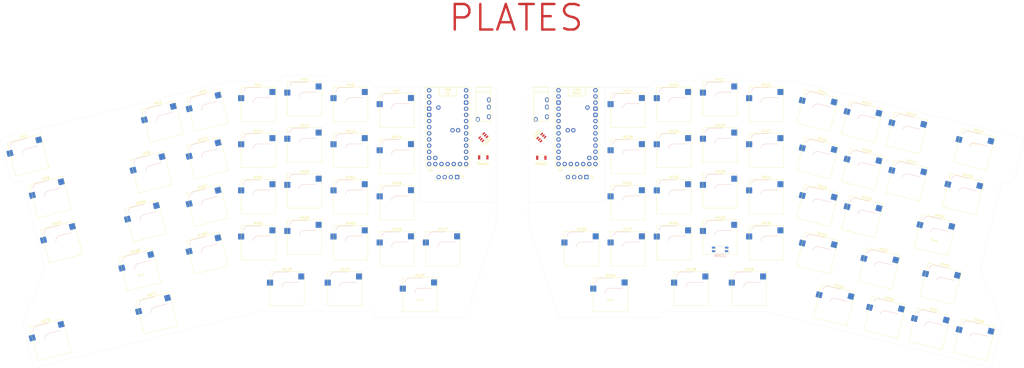
<source format=kicad_pcb>
(kicad_pcb (version 20221018) (generator pcbnew)
  (layers (0 "F.Cu" signal "Front") (31 "B.Cu" signal "Back") (34 "B.Paste" user) (35 "F.Paste" user) (36 "B.SilkS" user "B.Silkscreen") (37 "F.SilkS" user "F.Silkscreen") (38 "B.Mask" user) (39 "F.Mask" user) (44 "Edge.Cuts" user))
  (net 0 "")
  (net 1 "RowL 0")
  (net 2 "Net-(D2-A)")
  (net 3 "Net-(D3-A)")
  (net 4 "Net-(D4-A)")
  (net 5 "Net-(D5-A)")
  (net 6 "Net-(D6-A)")
  (net 7 "RowL 1")
  (net 8 "Net-(D7-A)")
  (net 9 "Net-(D8-A)")
  (net 10 "Net-(D9-A)")
  (net 11 "Net-(D10-A)")
  (net 12 "Net-(D11-A)")
  (net 13 "Net-(D12-A)")
  (net 14 "RowL 2")
  (net 15 "Net-(D13-A)")
  (net 16 "Net-(D14-A)")
  (net 17 "Net-(D16-A)")
  (net 18 "Net-(D17-A)")
  (net 19 "Net-(D18-A)")
  (net 20 "RowL 3")
  (net 21 "Net-(D19-A)")
  (net 22 "Net-(D20-A)")
  (net 23 "Net-(D21-A)")
  (net 24 "Net-(D22-A)")
  (net 25 "Net-(D23-A)")
  (net 26 "Net-(D24-A)")
  (net 27 "RowL 4")
  (net 28 "Net-(D25-A)")
  (net 29 "Net-(D26-A)")
  (net 30 "Net-(D27-A)")
  (net 31 "Net-(D28-A)")
  (net 32 "Net-(D29-A)")
  (net 33 "RowR 0")
  (net 34 "Net-(D30-A)")
  (net 35 "Net-(D31-A)")
  (net 36 "Net-(D32-A)")
  (net 37 "Net-(D33-A)")
  (net 38 "Net-(D34-A)")
  (net 39 "Net-(D35-A)")
  (net 40 "Net-(D36-A)")
  (net 41 "Net-(D37-A)")
  (net 42 "Net-(D38-A)")
  (net 43 "RowR 1")
  (net 44 "Net-(D39-A)")
  (net 45 "Net-(D40-A)")
  (net 46 "Net-(D41-A)")
  (net 47 "Net-(D42-A)")
  (net 48 "Net-(D43-A)")
  (net 49 "Net-(D44-A)")
  (net 50 "Net-(D45-A)")
  (net 51 "Net-(D46-A)")
  (net 52 "Net-(D47-A)")
  (net 53 "RowR 2")
  (net 54 "Net-(D48-A)")
  (net 55 "Net-(D49-A)")
  (net 56 "Net-(D50-A)")
  (net 57 "Net-(D51-A)")
  (net 58 "Net-(D52-A)")
  (net 59 "Net-(D53-A)")
  (net 60 "Net-(D54-A)")
  (net 61 "Net-(D55-A)")
  (net 62 "RowR 3")
  (net 63 "Net-(D56-A)")
  (net 64 "Net-(D57-A)")
  (net 65 "Net-(D58-A)")
  (net 66 "Net-(D59-A)")
  (net 67 "Net-(D60-A)")
  (net 68 "Net-(D61-A)")
  (net 69 "Net-(D62-A)")
  (net 70 "RowR 4")
  (net 71 "Net-(D63-A)")
  (net 72 "Net-(D64-A)")
  (net 73 "Net-(D65-A)")
  (net 74 "Net-(D66-A)")
  (net 75 "Net-(D67-A)")
  (net 76 "Net-(D68-A)")
  (net 77 "Net-(D69-A)")
  (net 78 "Net-(D70-A)")
  (net 79 "Net-(ESD1-IO1)")
  (net 80 "Net-(D1-A)")
  (net 81 "GND")
  (net 83 "VCC")
  (net 85 "Net-(ESD2-IO1)")
  (net 88 "LED1")
  (net 89 "Net-(D71-A)")
  (net 90 "DATA1")
  (net 91 "DATA2")
  (net 92 "Net-(LED58-DIN)")
  (net 93 "Net-(LED59-DIN)")
  (net 94 "ColL 0")
  (net 95 "ColL 1")
  (net 96 "ColL 2")
  (net 97 "ColL 3")
  (net 98 "ColL 4")
  (net 99 "ColL 5")
  (net 100 "ColR 0")
  (net 101 "ColR 1")
  (net 102 "ColR 2")
  (net 103 "ColR 3")
  (net 104 "ColR 4")
  (net 105 "ColR 5")
  (net 106 "ColR 6")
  (net 107 "ColR 7")
  (net 108 "RAW2")
  (net 109 "LED2")
  (net 110 "ColL 6")
  (net 113 "Reset1")
  (net 114 "Reset2")
  (net 115 "+5V")
  (net 116 "SDA1")
  (net 117 "SCL1")
  (net 118 "SDA2")
  (net 119 "SCL2")
  (net 120 "Net-(D15-A)")
  (net 123 "ROTA")
  (net 124 "ROTB")
  (net 125 "ROTS")
  (footprint "ScottoKeebs_Hotswap:Hotswap_MX_1.00u" (layer "F.Cu") (at 289.31875 117.964)
    (fp_text reference "MX40" (at 0 -8 180) (layer "F.SilkS"))
    (fp_text value "MX_SW_HS")
    (pad "" np_thru_hole circle (at -5.08 0) (size 1.75 1.75) (drill 1.75) (layers "*.Cu" "*.Mask"))
    (pad "" np_thru_hole circle (at -3.81 -2.54) (size 3.05 3.05) (drill 3.05) (layers "*.Cu" "*.Mask"))
    (pad "" np_thru_hole circle (at 0 0) (size 4 4) (drill 4) (layers "*.Cu" "*.Mask"))
    (pad "" np_thru_hole circle (at 2.54 -5.08) (size 3.05 3.05) (drill 3.05) (layers "*.Cu" "*.Mask"))
    (pad "" np_thru_hole circle (at 5.08 0) (size 1.75 1.75) (drill 1.75) (layers "*.Cu" "*.Mask"))
    (pad "1" smd roundrect (at -7.085 -2.54) (size 2.55 2.5) (layers "B.Cu" "B.Paste" "B.Mask") (roundrect_rratio 0.1) (net 106 "ColR 6"))
    (pad "2" smd roundrect (at 5.842 -5.08) (size 2.55 2.5) (layers "B.Cu" "B.Paste" "B.Mask") (roundrect_rratio 0.1) (net 45 "Net-(D40-A)"))
  )
  (footprint "Button_Switch_SMD:SW_SPST_B3U-1000P" (layer "F.Cu") (at 236.867504 61.222412)
    (fp_text reference "Reset1" (at -0.085307 2.612002) (layer "F.SilkS"))
    (fp_text value "Switch" hide)
    (pad "1" smd rect (at -1.7 0) (size 0.9 1.7) (layers "F.Cu" "F.Paste" "F.Mask") (net 113 "Reset1"))
    (pad "2" smd rect (at 1.7 0) (size 0.9 1.7) (layers "F.Cu" "F.Paste" "F.Mask") (net 81 "GND"))
  )
  (footprint "ScottoKeebs_Hotswap:Hotswap_MX_1.00u" (layer "F.Cu") (at 58.330324 77.63551 14)
    (fp_text reference "MX8" (at 0 -8 14) (layer "F.SilkS"))
    (fp_text value "MX_SW_HS")
    (pad "" np_thru_hole circle (at -5.08 0 14) (size 1.75 1.75) (drill 1.75) (layers "*.Cu" "*.Mask"))
    (pad "" np_thru_hole circle (at -3.81 -2.54 14) (size 3.05 3.05) (drill 3.05) (layers "*.Cu" "*.Mask"))
    (pad "" np_thru_hole circle (at 0 0 14) (size 4 4) (drill 4) (layers "*.Cu" "*.Mask"))
    (pad "" np_thru_hole circle (at 2.54 -5.08 14) (size 3.05 3.05) (drill 3.05) (layers "*.Cu" "*.Mask"))
    (pad "" np_thru_hole circle (at 5.08 0 14) (size 1.75 1.75) (drill 1.75) (layers "*.Cu" "*.Mask"))
    (pad "1" smd roundrect (at -7.085 -2.54 14) (size 2.55 2.5) (layers "B.Cu" "B.Paste" "B.Mask") (roundrect_rratio 0.1) (net 94 "ColL 0"))
    (pad "2" smd roundrect (at 5.842 -5.08 14) (size 2.55 2.5) (layers "B.Cu" "B.Paste" "B.Mask") (roundrect_rratio 0.1) (net 9 "Net-(D8-A)"))
  )
  (footprint "ScottoKeebs_Hotswap:Hotswap_MX_1.00u" (layer "F.Cu") (at 49.100679 60.303529 14)
    (fp_text reference "MX1" (at 0 -8 14) (layer "F.SilkS"))
    (fp_text value "MX_SW_HS")
    (pad "" np_thru_hole circle (at -5.08 0 14) (size 1.75 1.75) (drill 1.75) (layers "*.Cu" "*.Mask"))
    (pad "" np_thru_hole circle (at -3.81 -2.54 14) (size 3.05 3.05) (drill 3.05) (layers "*.Cu" "*.Mask"))
    (pad "" np_thru_hole circle (at 0 0 14) (size 4 4) (drill 4) (layers "*.Cu" "*.Mask"))
    (pad "" np_thru_hole circle (at 2.54 -5.08 14) (size 3.05 3.05) (drill 3.05) (layers "*.Cu" "*.Mask"))
    (pad "" np_thru_hole circle (at 5.08 0 14) (size 1.75 1.75) (drill 1.75) (layers "*.Cu" "*.Mask"))
    (pad "1" smd roundrect (at -7.085 -2.54 14) (size 2.55 2.5) (layers "B.Cu" "B.Paste" "B.Mask") (roundrect_rratio 0.1) (net 94 "ColL 0"))
    (pad "2" smd roundrect (at 5.842 -5.08 14) (size 2.55 2.5) (layers "B.Cu" "B.Paste" "B.Mask") (roundrect_rratio 0.1) (net 80 "Net-(D1-A)"))
  )
  (footprint "ScottoKeebs_Hotswap:Hotswap_MX_1.00u" (layer "F.Cu") (at 102.192878 125.598916 14)
    (fp_text reference "MX71" (at 0 -8 14) (layer "F.SilkS"))
    (fp_text value "MX_SW_HS")
    (pad "" np_thru_hole circle (at -5.08 0 14) (size 1.75 1.75) (drill 1.75) (layers "*.Cu" "*.Mask"))
    (pad "" np_thru_hole circle (at -3.81 -2.54 14) (size 3.05 3.05) (drill 3.05) (layers "*.Cu" "*.Mask"))
    (pad "" np_thru_hole circle (at 0 0 14) (size 4 4) (drill 4) (layers "*.Cu" "*.Mask"))
    (pad "" np_thru_hole circle (at 2.54 -5.08 14) (size 3.05 3.05) (drill 3.05) (layers "*.Cu" "*.Mask"))
    (pad "" np_thru_hole circle (at 5.08 0 14) (size 1.75 1.75) (drill 1.75) (layers "*.Cu" "*.Mask"))
    (pad "1" smd roundrect (at -7.085 -2.54 14) (size 2.55 2.5) (layers "B.Cu" "B.Paste" "B.Mask") (roundrect_rratio 0.1) (net 107 "ColR 7"))
    (pad "2" smd roundrect (at 5.842 -5.08 14) (size 2.55 2.5) (layers "B.Cu" "B.Paste" "B.Mask") (roundrect_rratio 0.1) (net 89 "Net-(D71-A)"))
  )
  (footprint "ScottoKeebs_Hotswap:Hotswap_MX_1.00u" (layer "F.Cu") (at 439.37834 58.004882 -14)
    (fp_text reference "MX44" (at 0 -8 166) (layer "F.SilkS"))
    (fp_text value "MX_SW_HS")
    (pad "" np_thru_hole circle (at -5.08 0 346) (size 1.75 1.75) (drill 1.75) (layers "*.Cu" "*.Mask"))
    (pad "" np_thru_hole circle (at -3.81 -2.54 346) (size 3.05 3.05) (drill 3.05) (layers "*.Cu" "*.Mask"))
    (pad "" np_thru_hole circle (at 0 0 346) (size 4 4) (drill 4) (layers "*.Cu" "*.Mask"))
    (pad "" np_thru_hole circle (at 2.54 -5.08 346) (size 3.05 3.05) (drill 3.05) (layers "*.Cu" "*.Mask"))
    (pad "" np_thru_hole circle (at 5.08 0 346) (size 1.75 1.75) (drill 1.75) (layers "*.Cu" "*.Mask"))
    (pad "1" smd roundrect (at -7.085 -2.54 346) (size 2.55 2.5) (layers "B.Cu" "B.Paste" "B.Mask") (roundrect_rratio 0.1) (net 102 "ColR 2"))
    (pad "2" smd roundrect (at 5.842 -5.08 346) (size 2.55 2.5) (layers "B.Cu" "B.Paste" "B.Mask") (roundrect_rratio 0.1) (net 49 "Net-(D44-A)"))
  )
  (footprint "ScottoKeebs_Hotswap:Hotswap_MX_1.00u" (layer "F.Cu") (at 296.4625 60.814)
    (fp_text reference "MX28" (at 0 -8) (layer "F.SilkS"))
    (fp_text value "MX_SW_HS")
    (pad "" np_thru_hole circle (at -5.08 0) (size 1.75 1.75) (drill 1.75) (layers "*.Cu" "*.Mask"))
    (pad "" np_thru_hole circle (at -3.81 -2.54) (size 3.05 3.05) (drill 3.05) (layers "*.Cu" "*.Mask"))
    (pad "" np_thru_hole circle (at 0 0) (size 4 4) (drill 4) (layers "*.Cu" "*.Mask"))
    (pad "" np_thru_hole circle (at 2.54 -5.08) (size 3.05 3.05) (drill 3.05) (layers "*.Cu" "*.Mask"))
    (pad "" np_thru_hole circle (at 5.08 0) (size 1.75 1.75) (drill 1.75) (layers "*.Cu" "*.Mask"))
    (pad "1" smd roundrect (at -7.085 -2.54) (size 2.55 2.5) (layers "B.Cu" "B.Paste" "B.Mask") (roundrect_rratio 0.1) (net 94 "ColL 0"))
    (pad "2" smd roundrect (at 5.842 -5.08) (size 2.55 2.5) (layers "B.Cu" "B.Paste" "B.Mask") (roundrect_rratio 0.1) (net 31 "Net-(D28-A)"))
  )
  (footprint "PCM_marbastlib-various:SOT-23-6-routable" (layer "F.Cu") (at 260.807451 53.041165 45)
    (fp_text reference "ESD2" (at 0 -2.4 45) (layer "F.SilkS"))
    (fp_text value "SRV05-4" hide)
    (pad "1" smd roundrect (at -1.175 -0.95 45) (size 1.25 0.6) (layers "F.Cu" "F.Paste" "F.Mask") (net 85 "Net-(ESD2-IO1)"))
    (pad "2" smd roundrect (at -1.175 0 45) (size 1.25 0.6) (layers "F.Cu" "F.Paste" "F.Mask") (net 81 "GND"))
    (pad "3" smd roundrect (at -1.175 0.95 45) (size 1.25 0.6) (layers "F.Cu" "F.Paste" "F.Mask"))
    (pad "4" smd roundrect (at 1.175 0.95 45) (size 1.25 0.6) (layers "F.Cu" "F.Paste" "F.Mask") (net 91 "DATA2"))
    (pad "5" smd roundrect (at 1.175 0 45) (size 1.25 0.6) (layers "F.Cu" "F.Paste" "F.Mask") (net 83 "VCC"))
    (pad "6" smd roundrect (at 1.175 -0.95 45) (size 1.25 0.6) (layers "F.Cu" "F.Paste" "F.Mask"))
  )
  (footprint "ScottoKeebs_Hotswap:Hotswap_MX_1.75u" (layer "F.Cu") (at 144.0625 96.4375)
    (fp_text reference "MX62" (at 0 -8) (layer "F.SilkS"))
    (fp_text value "MX_SW_HS")
    (pad "" np_thru_hole circle (at -5.08 0) (size 1.75 1.75) (drill 1.75) (layers "*.Cu" "*.Mask"))
    (pad "" np_thru_hole circle (at -3.81 -2.54) (size 3.05 3.05) (drill 3.05) (layers "*.Cu" "*.Mask"))
    (pad "" np_thru_hole circle (at 0 0) (size 4 4) (drill 4) (layers "*.Cu" "*.Mask"))
    (pad "" np_thru_hole circle (at 2.54 -5.08) (size 3.05 3.05) (drill 3.05) (layers "*.Cu" "*.Mask"))
    (pad "" np_thru_hole circle (at 5.08 0) (size 1.75 1.75) (drill 1.75) (layers "*.Cu" "*.Mask"))
    (pad "1" smd roundrect (at -7.085 -2.54) (size 2.55 2.5) (layers "B.Cu" "B.Paste" "B.Mask") (roundrect_rratio 0.1) (net 105 "ColR 5"))
    (pad "2" smd roundrect (at 5.842 -5.08) (size 2.55 2.5) (layers "B.Cu" "B.Paste" "B.Mask") (roundrect_rratio 0.1) (net 69 "Net-(D62-A)"))
  )
  (footprint "ScottoKeebs_Hotswap:Hotswap_MX_1.00u" (layer "F.Cu") (at 144.0625 77.3875)
    (fp_text reference "MX64" (at 0 -8) (layer "F.SilkS"))
    (fp_text value "MX_SW_HS")
    (pad "" np_thru_hole circle (at -5.08 0) (size 1.75 1.75) (drill 1.75) (layers "*.Cu" "*.Mask"))
    (pad "" np_thru_hole circle (at -3.81 -2.54) (size 3.05 3.05) (drill 3.05) (layers "*.Cu" "*.Mask"))
    (pad "" np_thru_hole circle (at 0 0) (size 4 4) (drill 4) (layers "*.Cu" "*.Mask"))
    (pad "" np_thru_hole circle (at 2.54 -5.08) (size 3.05 3.05) (drill 3.05) (layers "*.Cu" "*.Mask"))
    (pad "" np_thru_hole circle (at 5.08 0) (size 1.75 1.75) (drill 1.75) (layers "*.Cu" "*.Mask"))
    (pad "1" smd roundrect (at -7.085 -2.54) (size 2.55 2.5) (layers "B.Cu" "B.Paste" "B.Mask") (roundrect_rratio 0.1) (net 100 "ColR 0"))
    (pad "2" smd roundrect (at 5.842 -5.08) (size 2.55 2.5) (layers "B.Cu" "B.Paste" "B.Mask") (roundrect_rratio 0.1) (net 72 "Net-(D64-A)"))
  )
  (footprint "winkeebs:HOLE_M2" (layer "F.Cu") (at 432.490219 124.999572)
    (fp_text reference "H10" hide)
    (fp_text value "MountingHole_Pad" hide)
    (pad "" np_thru_hole circle (at 0 0) (size 2.2 2.2) (drill 2.2) (layers "F&B.Cu" "*.Mask" "Eco2.User") (clearance 0.8))
  )
  (footprint "ScottoKeebs_Stabilizer:Stabilizer_MX_2.00u" (layer "F.Cu") (at 210.737499 117.959918 180)
    (fp_text reference "S32" (at 0 -2) (layer "F.SilkS"))
    (fp_text value "MX_stab")
    (pad "" np_thru_hole circle (at -11.938 -6.985 180) (size 3.048 3.048) (drill 3.048) (layers "*.Cu" "*.Mask"))
    (pad "" np_thru_hole circle (at -11.938 8.225 180) (size 3.9878 3.9878) (drill 3.9878) (layers "*.Cu" "*.Mask"))
    (pad "" np_thru_hole circle (at 11.938 -6.985 180) (size 3.048 3.048) (drill 3.048) (layers "*.Cu" "*.Mask"))
    (pad "" np_thru_hole circle (at 11.938 8.225 180) (size 3.9878 3.9878) (drill 3.9878) (layers "*.Cu" "*.Mask"))
  )
  (footprint "ScottoKeebs_Hotswap:Hotswap_MX_1.00u" (layer "F.Cu") (at 322.65625 115.4875)
    (fp_text reference "MX38" (at 0 -8 180) (layer "F.SilkS"))
    (fp_text value "MX_SW_HS")
    (pad "" np_thru_hole circle (at -5.08 0) (size 1.75 1.75) (drill 1.75) (layers "*.Cu" "*.Mask"))
    (pad "" np_thru_hole circle (at -3.81 -2.54) (size 3.05 3.05) (drill 3.05) (layers "*.Cu" "*.Mask"))
    (pad "" np_thru_hole circle (at 0 0) (size 4 4) (drill 4) (layers "*.Cu" "*.Mask"))
    (pad "" np_thru_hole circle (at 2.54 -5.08) (size 3.05 3.05) (drill 3.05) (layers "*.Cu" "*.Mask"))
    (pad "" np_thru_hole circle (at 5.08 0) (size 1.75 1.75) (drill 1.75) (layers "*.Cu" "*.Mask"))
    (pad "1" smd roundrect (at -7.085 -2.54) (size 2.55 2.5) (layers "B.Cu" "B.Paste" "B.Mask") (roundrect_rratio 0.1) (net 104 "ColR 4"))
    (pad "2" smd roundrect (at 5.842 -5.08) (size 2.55 2.5) (layers "B.Cu" "B.Paste" "B.Mask") (roundrect_rratio 0.1) (net 42 "Net-(D38-A)"))
  )
  (footprint "ScottoKeebs_Hotswap:Hotswap_MX_1.00u" (layer "F.Cu") (at 210.7375 117.964)
    (fp_text reference "MX20" (at 0 -8) (layer "F.SilkS"))
    (fp_text value "MX_SW_HS")
    (pad "" np_thru_hole circle (at -5.08 0) (size 1.75 1.75) (drill 1.75) (layers "*.Cu" "*.Mask"))
    (pad "" np_thru_hole circle (at -3.81 -2.54) (size 3.05 3.05) (drill 3.05) (layers "*.Cu" "*.Mask"))
    (pad "" np_thru_hole circle (at 0 0) (size 4 4) (drill 4) (layers "*.Cu" "*.Mask"))
    (pad "" np_thru_hole circle (at 2.54 -5.08) (size 3.05 3.05) (drill 3.05) (layers "*.Cu" "*.Mask"))
    (pad "" np_thru_hole circle (at 5.08 0) (size 1.75 1.75) (drill 1.75) (layers "*.Cu" "*.Mask"))
    (pad "1" smd roundrect (at -7.085 -2.54) (size 2.55 2.5) (layers "B.Cu" "B.Paste" "B.Mask") (roundrect_rratio 0.1) (net 99 "ColL 5"))
    (pad "2" smd roundrect (at 5.842 -5.08) (size 2.55 2.5) (layers "B.Cu" "B.Paste" "B.Mask") (roundrect_rratio 0.1) (net 22 "Net-(D20-A)"))
  )
  (footprint "ScottoKeebs_Hotswap:Hotswap_MX_1.00u" (layer "F.Cu") (at 163.1125 56.051499)
    (fp_text reference "MX12" (at 0 -8) (layer "F.SilkS"))
    (fp_text value "MX_SW_HS")
    (pad "" np_thru_hole circle (at -5.08 0) (size 1.75 1.75) (drill 1.75) (layers "*.Cu" "*.Mask"))
    (pad "" np_thru_hole circle (at -3.81 -2.54) (size 3.05 3.05) (drill 3.05) (layers "*.Cu" "*.Mask"))
    (pad "" np_thru_hole circle (at 0 0) (size 4 4) (drill 4) (layers "*.Cu" "*.Mask"))
    (pad "" np_thru_hole circle (at 2.54 -5.08) (size 3.05 3.05) (drill 3.05) (layers "*.Cu" "*.Mask"))
    (pad "" np_thru_hole circle (at 5.08 0) (size 1.75 1.75) (drill 1.75) (layers "*.Cu" "*.Mask"))
    (pad "1" smd roundrect (at -7.085 -2.54) (size 2.55 2.5) (layers "B.Cu" "B.Paste" "B.Mask") (roundrect_rratio 0.1) (net 98 "ColL 4"))
    (pad "2" smd roundrect (at 5.842 -5.08) (size 2.55 2.5) (layers "B.Cu" "B.Paste" "B.Mask") (roundrect_rratio 0.1) (net 13 "Net-(D12-A)"))
  )
  (footprint "ScottoKeebs_Hotswap:Hotswap_MX_1.00u" (layer "F.Cu") (at 104.55308 46.477693 14)
    (fp_text reference "MX2" (at 0 -8 14) (layer "F.SilkS"))
    (fp_text value "MX_SW_HS")
    (pad "" np_thru_hole circle (at -5.08 0 14) (size 1.75 1.75) (drill 1.75) (layers "*.Cu" "*.Mask"))
    (pad "" np_thru_hole circle (at -3.81 -2.54 14) (size 3.05 3.05) (drill 3.05) (layers "*.Cu" "*.Mask"))
    (pad "" np_thru_hole circle (at 0 0 14) (size 4 4) (drill 4) (layers "*.Cu" "*.Mask"))
    (pad "" np_thru_hole circle (at 2.54 -5.08 14) (size 3.05 3.05) (drill 3.05) (layers "*.Cu" "*.Mask"))
    (pad "" np_thru_hole circle (at 5.08 0 14) (size 1.75 1.75) (drill 1.75) (layers "*.Cu" "*.Mask"))
    (pad "1" smd roundrect (at -7.085 -2.54 14) (size 2.55 2.5) (layers "B.Cu" "B.Paste" "B.Mask") (roundrect_rratio 0.1) (net 95 "ColL 1"))
    (pad "2" smd roundrect (at 5.842 -5.08 14) (size 2.55 2.5) (layers "B.Cu" "B.Paste" "B.Mask") (roundrect_rratio 0.1) (net 2 "Net-(D2-A)"))
  )
  (footprint "ScottoKeebs_Hotswap:Hotswap_MX_1.00u" (layer "F.Cu") (at 420.943892 131.941416 -14)
    (fp_text reference "MX57" (at 0 -8 166) (layer "F.SilkS"))
    (fp_text value "MX_SW_HS")
    (pad "" np_thru_hole circle (at -5.08 0 346) (size 1.75 1.75) (drill 1.75) (layers "*.Cu" "*.Mask"))
    (pad "" np_thru_hole circle (at -3.81 -2.54 346) (size 3.05 3.05) (drill 3.05) (layers "*.Cu" "*.Mask"))
    (pad "" np_thru_hole circle (at 0 0 346) (size 4 4) (drill 4) (layers "*.Cu" "*.Mask"))
    (pad "" np_thru_hole circle (at 2.54 -5.08 346) (size 3.05 3.05) (drill 3.05) (layers "*.Cu" "*.Mask"))
    (pad "" np_thru_hole circle (at 5.08 0 346) (size 1.75 1.75) (drill 1.75) (layers "*.Cu" "*.Mask"))
    (pad "1" smd roundrect (at -7.085 -2.54 346) (size 2.55 2.5) (layers "B.Cu" "B.Paste" "B.Mask") (roundrect_rratio 0.1) (net 100 "ColR 0"))
    (pad "2" smd roundrect (at 5.842 -5.08 346) (size 2.55 2.5) (layers "B.Cu" "B.Paste" "B.Mask") (roundrect_rratio 0.1) (net 64 "Net-(D57-A)"))
  )
  (footprint "winkeebs:HOLE_M2" (layer "F.Cu") (at 191.087501 48.80842)
    (fp_text reference "H2" hide)
    (fp_text value "MountingHole_Pad" hide)
    (pad "" np_thru_hole circle (at 0 0) (size 2.2 2.2) (drill 2.2) (layers "F&B.Cu" "*.Mask" "Eco2.User") (clearance 0.8))
  )
  (footprint "ScottoKeebs_Hotswap:Hotswap_MX_1.00u" (layer "F.Cu") (at 381.665108 122.148115 -14)
    (fp_text reference "MX55" (at 0 -8 166) (layer "F.SilkS"))
    (fp_text value "MX_SW_HS")
    (pad "" np_thru_hole circle (at -5.08 0 346) (size 1.75 1.75) (drill 1.75) (layers "*.Cu" "*.Mask"))
    (pad "" np_thru_hole circle (at -3.81 -2.54 346) (size 3.05 3.05) (drill 3.05) (layers "*.Cu" "*.Mask"))
    (pad "" np_thru_hole circle (at 0 0 346) (size 4 4) (drill 4) (layers "*.Cu" "*.Mask"))
    (pad "" np_thru_hole circle (at 2.54 -5.08 346) (size 3.05 3.05) (drill 3.05) (layers "*.Cu" "*.Mask"))
    (pad "" np_thru_hole circle (at 5.08 0 346) (size 1.75 1.75) (drill 1.75) (layers "*.Cu" "*.Mask"))
    (pad "1" smd roundrect (at -7.085 -2.54 346) (size 2.55 2.5) (layers "B.Cu" "B.Paste" "B.Mask") (roundrect_rratio 0.1) (net 105 "ColR 5"))
    (pad "2" smd roundrect (at 5.842 -5.08 346) (size 2.55 2.5) (layers "B.Cu" "B.Paste" "B.Mask") (roundrect_rratio 0.1) (net 61 "Net-(D55-A)"))
  )
  (footprint "ScottoKeebs_Hotswap:Hotswap_MX_1.00u" (layer "F.Cu") (at 353.6125 96.4375)
    (fp_text reference "MX35" (at 0 -8) (layer "F.SilkS"))
    (fp_text value "MX_SW_HS")
    (pad "" np_thru_hole circle (at -5.08 0) (size 1.75 1.75) (drill 1.75) (layers "*.Cu" "*.Mask"))
    (pad "" np_thru_hole circle (at -3.81 -2.54) (size 3.05 3.05) (drill 3.05) (layers "*.Cu" "*.Mask"))
    (pad "" np_thru_hole circle (at 0 0) (size 4 4) (drill 4) (layers "*.Cu" "*.Mask"))
    (pad "" np_thru_hole circle (at 2.54 -5.08) (size 3.05 3.05) (drill 3.05) (layers "*.Cu" "*.Mask"))
    (pad "" np_thru_hole circle (at 5.08 0) (size 1.75 1.75) (drill 1.75) (layers "*.Cu" "*.Mask"))
    (pad "1" smd roundrect (at -7.085 -2.54) (size 2.55 2.5) (layers "B.Cu" "B.Paste" "B.Mask") (roundrect_rratio 0.1) (net 101 "ColR 1"))
    (pad "2" smd roundrect (at 5.842 -5.08) (size 2.55 2.5) (layers "B.Cu" "B.Paste" "B.Mask") (roundrect_rratio 0.1) (net 39 "Net-(D35-A)"))
  )
  (footprint "ScottoKeebs_Hotswap:Hotswap_MX_1.00u" (layer "F.Cu") (at 122.999949 100.77794 14)
    (fp_text reference "MX69" (at 0 -8 14) (layer "F.SilkS"))
    (fp_text value "MX_SW_HS")
    (pad "" np_thru_hole circle (at -5.08 0 14) (size 1.75 1.75) (drill 1.75) (layers "*.Cu" "*.Mask"))
    (pad "" np_thru_hole circle (at -3.81 -2.54 14) (size 3.05 3.05) (drill 3.05) (layers "*.Cu" "*.Mask"))
    (pad "" np_thru_hole circle (at 0 0 14) (size 4 4) (drill 4) (layers "*.Cu" "*.Mask"))
    (pad "" np_thru_hole circle (at 2.54 -5.08 14) (size 3.05 3.05) (drill 3.05) (layers "*.Cu" "*.Mask"))
    (pad "" np_thru_hole circle (at 5.08 0 14) (size 1.75 1.75) (drill 1.75) (layers "*.Cu" "*.Mask"))
    (pad "1" smd roundrect (at -7.085 -2.54 14) (size 2.55 2.5) (layers "B.Cu" "B.Paste" "B.Mask") (roundrect_rratio 0.1) (net 105 "ColR 5"))
    (pad "2" smd roundrect (at 5.842 -5.08 14) (size 2.55 2.5) (layers "B.Cu" "B.Paste" "B.Mask") (roundrect_rratio 0.1) (net 77 "Net-(D69-A)"))
  )
  (footprint "ScottoKeebs_Hotswap:Hotswap_MX_1.00u" (layer "F.Cu") (at 123.037213 41.869081 14)
    (fp_text reference "MX3" (at 0 -8 14) (layer "F.SilkS"))
    (fp_text value "MX_SW_HS")
    (pad "" np_thru_hole circle (at -5.08 0 14) (size 1.75 1.75) (drill 1.75) (layers "*.Cu" "*.Mask"))
    (pad "" np_thru_hole circle (at -3.81 -2.54 14) (size 3.05 3.05) (drill 3.05) (layers "*.Cu" "*.Mask"))
    (pad "" np_thru_hole circle (at 0 0 14) (size 4 4) (drill 4) (layers "*.Cu" "*.Mask"))
    (pad "" np_thru_hole circle (at 2.54 -5.08 14) (size 3.05 3.05) (drill 3.05) (layers "*.Cu" "*.Mask"))
    (pad "" np_thru_hole circle (at 5.08 0 14) (size 1.75 1.75) (drill 1.75) (layers "*.Cu" "*.Mask"))
    (pad "1" smd roundrect (at -7.085 -2.54 14) (size 2.55 2.5) (layers "B.Cu" "B.Paste" "B.Mask") (roundrect_rratio 0.1) (net 96 "ColL 2"))
    (pad "2" smd roundrect (at 5.842 -5.08 14) (size 2.55 2.5) (layers "B.Cu" "B.Paste" "B.Mask") (roundrect_rratio 0.1) (net 3 "Net-(D3-A)"))
  )
  (footprint "ScottoKeebs_Hotswap:Hotswap_MX_1.00u" (layer "F.Cu") (at 182.1625 39.2875)
    (fp_text reference "MX6" (at 0 -8) (layer "F.SilkS"))
    (fp_text value "MX_SW_HS")
    (pad "" np_thru_hole circle (at -5.08 0) (size 1.75 1.75) (drill 1.75) (layers "*.Cu" "*.Mask"))
    (pad "" np_thru_hole circle (at -3.81 -2.54) (size 3.05 3.05) (drill 3.05) (layers "*.Cu" "*.Mask"))
    (pad "" np_thru_hole circle (at 0 0) (size 4 4) (drill 4) (layers "*.Cu" "*.Mask"))
    (pad "" np_thru_hole circle (at 2.54 -5.08) (size 3.05 3.05) (drill 3.05) (layers "*.Cu" "*.Mask"))
    (pad "" np_thru_hole circle (at 5.08 0) (size 1.75 1.75) (drill 1.75) (layers "*.Cu" "*.Mask"))
    (pad "1" smd roundrect (at -7.085 -2.54) (size 2.55 2.5) (layers "B.Cu" "B.Paste" "B.Mask") (roundrect_rratio 0.1) (net 99 "ColL 5"))
    (pad "2" smd roundrect (at 5.842 -5.08) (size 2.55 2.5) (layers "B.Cu" "B.Paste" "B.Mask") (roundrect_rratio 0.1) (net 6 "Net-(D6-A)"))
  )
  (footprint "ScottoKeebs_Hotswap:Hotswap_MX_1.50u" (layer "F.Cu") (at 99.919625 67.266132 14)
    (fp_text reference "MX9" (at 0 -8 14) (layer "F.SilkS"))
    (fp_text value "MX_SW_HS")
    (pad "" np_thru_hole circle (at -5.08 0 14) (size 1.75 1.75) (drill 1.75) (layers "*.Cu" "*.Mask"))
    (pad "" np_thru_hole circle (at -3.81 -2.54 14) (size 3.05 3.05) (drill 3.05) (layers "*.Cu" "*.Mask"))
    (pad "" np_thru_hole circle (at 0 0 14) (size 4 4) (drill 4) (layers "*.Cu" "*.Mask"))
    (pad "" np_thru_hole circle (at 2.54 -5.08 14) (size 3.05 3.05) (drill 3.05) (layers "*.Cu" "*.Mask"))
    (pad "" np_thru_hole circle (at 5.08 0 14) (size 1.75 1.75) (drill 1.75) (layers "*.Cu" "*.Mask"))
    (pad "1" smd roundrect (at -7.085 -2.54 14) (size 2.55 2.5) (layers "B.Cu" "B.Paste" "B.Mask") (roundrect_rratio 0.1) (net 95 "ColL 1"))
    (pad "2" smd roundrect (at 5.842 -5.08 14) (size 2.55 2.5) (layers "B.Cu" "B.Paste" "B.Mask") (roundrect_rratio 0.1) (net 10 "Net-(D9-A)"))
  )
  (footprint "ScottoKeebs_Hotswap:Hotswap_MX_1.00u" (layer "F.Cu") (at 346.46875 115.4875)
    (fp_text reference "MX39" (at 0 -8 180) (layer "F.SilkS"))
    (fp_text value "MX_SW_HS")
    (pad "" np_thru_hole circle (at -5.08 0) (size 1.75 1.75) (drill 1.75) (layers "*.Cu" "*.Mask"))
    (pad "" np_thru_hole circle (at -3.81 -2.54) (size 3.05 3.05) (drill 3.05) (layers "*.Cu" "*.Mask"))
    (pad "" np_thru_hole circle (at 0 0) (size 4 4) (drill 4) (layers "*.Cu" "*.Mask"))
    (pad "" np_thru_hole circle (at 2.54 -5.08) (size 3.05 3.05) (drill 3.05) (layers "*.Cu" "*.Mask"))
    (pad "" np_thru_hole circle (at 5.08 0) (size 1.75 1.75) (drill 1.75) (layers "*.Cu" "*.Mask"))
    (pad "1" smd roundrect (at -7.085 -2.54) (size 2.55 2.5) (layers "B.Cu" "B.Paste" "B.Mask") (roundrect_rratio 0.1) (net 105 "ColR 5"))
    (pad "2" smd roundrect (at 5.842 -5.08) (size 2.55 2.5) (layers "B.Cu" "B.Paste" "B.Mask") (roundrect_rratio 0.1) (net 44 "Net-(D39-A)"))
  )
  (footprint "ScottoKeebs_Hotswap:Hotswap_MX_1.00u" (layer "F.Cu") (at 155.96875 115.4875)
    (fp_text reference "MX18" (at 0 -8) (layer "F.SilkS"))
    (fp_text value "MX_SW_HS")
    (pad "" np_thru_hole circle (at -5.08 0) (size 1.75 1.75) (drill 1.75) (layers "*.Cu" "*.Mask"))
    (pad "" np_thru_hole circle (at -3.81 -2.54) (size 3.05 3.05) (drill 3.05) (layers "*.Cu" "*.Mask"))
    (pad "" np_thru_hole circle (at 0 0) (size 4 4) (drill 4) (layers "*.Cu" "*.Mask"))
    (pad "" np_thru_hole circle (at 2.54 -5.08) (size 3.05 3.05) (drill 3.05) (layers "*.Cu" "*.Mask"))
    (pad "" np_thru_hole circle (at 5.08 0) (size 1.75 1.75) (drill 1.75) (layers "*.Cu" "*.Mask"))
    (pad "1" smd roundrect (at -7.085 -2.54) (size 2.55 2.5) (layers "B.Cu" "B.Paste" "B.Mask") (roundrect_rratio 0.1) (net 97 "ColL 3"))
    (pad "2" smd roundrect (at 5.842 -5.08) (size 2.55 2.5) (layers "B.Cu" "B.Paste" "B.Mask") (roundrect_rratio 0.1) (net 19 "Net-(D18-A)"))
  )
  (footprint "ScottoKeebs_Hotswap:Hotswap_MX_1.00u" (layer "F.Cu") (at 182.1625 77.3875)
    (fp_text reference "MX61" (at 0 -8) (layer "F.SilkS"))
    (fp_text value "MX_SW_HS")
    (pad "" np_thru_hole circle (at -5.08 0) (size 1.75 1.75) (drill 1.75) (layers "*.Cu" "*.Mask"))
    (pad "" np_thru_hole circle (at -3.81 -2.54) (size 3.05 3.05) (drill 3.05) (layers "*.Cu" "*.Mask"))
    (pad "" np_thru_hole circle (at 0 0) (size 4 4) (drill 4) (layers "*.Cu" "*.Mask"))
    (pad "" np_thru_hole circle (at 2.54 -5.08) (size 3.05 3.05) (drill 3.05) (layers "*.Cu" "*.Mask"))
    (pad "" np_thru_hole circle (at 5.08 0) (size 1.75 1.75) (drill 1.75) (layers "*.Cu" "*.Mask"))
    (pad "1" smd roundrect (at -7.085 -2.54) (size 2.55 2.5) (layers "B.Cu" "B.Paste" "B.Mask") (roundrect_rratio 0.1) (net 104 "ColR 4"))
    (pad "2" smd roundrect (at 5.842 -5.08) (size 2.55 2.5) (layers "B.Cu" "B.Paste" "B.Mask") (roundrect_rratio 0.1) (net 68 "Net-(D61-A)"))
  )
  (footprint "Connector_PinHeader_2.54mm:PinHeader_1x04_P2.54mm_Vertical" (layer "F.Cu") (at 226.052501 69.384917 -90)
    (fp_text reference locked "J1" (at 0 -2.33 90) (layer "F.SilkS"))
    (fp_text value "Conn_01x04_Socket" hide)
    (pad "1" thru_hole rect (at 0 0 270) (size 1.7 1.7) (drill 1) (layers "*.Cu" "*.Mask") (net 81 "GND"))
    (pad "2" thru_hole oval (at 0 2.54 270) (size 1.7 1.7) (drill 1) (layers "*.Cu" "*.Mask") (net 83 "VCC"))
    (pad "3" thru_hole oval (at 0 5.08 270) (size 1.7 1.7) (drill 1) (layers "*.Cu" "*.Mask") (net 117 "SCL1"))
    (pad "4" thru_hole oval (at 0 7.62 270) (size 1.7 1.7) (drill 1) (layers "*.Cu" "*.Mask") (net 116 "SDA1"))
  )
  (footprint "ScottoKeebs_Hotswap:Hotswap_MX_1.00u" (layer "F.Cu") (at 374.696294 61.511026 -14)
    (fp_text reference "MX45" (at 0 -8 166) (layer "F.SilkS"))
    (fp_text value "MX_SW_HS")
    (pad "" np_thru_hole circle (at -5.08 0 346) (size 1.75 1.75) (drill 1.75) (layers "*.Cu" "*.Mask"))
    (pad "" np_thru_hole circle (at -3.81 -2.54 346) (size 3.05 3.05) (drill 3.05) (layers "*.Cu" "*.Mask"))
    (pad "" np_thru_hole circle (at 0 0 346) (size 4 4) (drill 4) (layers "*.Cu" "*.Mask"))
    (pad "" np_thru_hole circle (at 2.54 -5.08 346) (size 3.05 3.05) (drill 3.05) (layers "*.Cu" "*.Mask"))
    (pad "" np_thru_hole circle (at 5.08 0 346) (size 1.75 1.75) (drill 1.75) (layers "*.Cu" "*.Mask"))
    (pad "1" smd roundrect (at -7.085 -2.54 346) (size 2.55 2.5) (layers "B.Cu" "B.Paste" "B.Mask") (roundrect_rratio 0.1) (net 103 "ColR 3"))
    (pad "2" smd roundrect (at 5.842 -5.08 346) (size 2.55 2.5) (layers "B.Cu" "B.Paste" "B.Mask") (roundrect_rratio 0.1) (net 50 "Net-(D45-A)"))
  )
  (footprint "ScottoKeebs_Hotswap:Hotswap_MX_1.00u" (layer "F.Cu") (at 423.229566 93.244919 -14)
    (fp_text reference "MX51" (at 0 -8 166) (layer "F.SilkS"))
    (fp_text value "MX_SW_HS")
    (pad "" np_thru_hole circle (at -5.08 0 346) (size 1.75 1.75) (drill 1.75) (layers "*.Cu" "*.Mask"))
    (pad "" np_thru_hole circle (at -3.81 -2.54 346) (size 3.05 3.05) (drill 3.05) (layers "*.Cu" "*.Mask"))
    (pad "" np_thru_hole circle (at 0 0 346) (size 4 4) (drill 4) (layers "*.Cu" "*.Mask"))
    (pad "" np_thru_hole circle (at 2.54 -5.08 346) (size 3.05 3.05) (drill 3.05) (layers "*.Cu" "*.Mask"))
    (pad "" np_thru_hole circle (at 5.08 0 346) (size 1.75 1.75) (drill 1.75) (layers "*.Cu" "*.Mask"))
    (pad "1" smd roundrect (at -7.085 -2.54 346) (size 2.55 2.5) (layers "B.Cu" "B.Paste" "B.Mask") (roundrect_rratio 0.1) (net 101 "ColR 1"))
    (pad "2" smd roundrect (at 5.842 -5.08 346) (size 2.55 2.5) (layers "B.Cu" "B.Paste" "B.Mask") (roundrect_rratio 0.1) (net 57 "Net-(D51-A)"))
  )
  (footprint "ScottoKeebs_Stabilizer:Stabilizer_MX_2.00u" (layer "F.Cu") (at 95.273749 107.686778 -166)
    (fp_text reference "S22" (at 0 -2 14) (layer "F.SilkS"))
    (fp_text value "MX_stab")
    (pad "" np_thru_hole circle (at -11.938 -6.985 194) (size 3.048 3.048) (drill 3.048) (layers "*.Cu" "*.Mask"))
    (pad "" np_thru_hole circle (at -11.938 8.225 194) (size 3.9878 3.9878) (drill 3.9878) (layers "*.Cu" "*.Mask"))
    (pad "" np_thru_hole circle (at 11.938 -6.985 194) (size 3.048 3.048) (drill 3.048) (layers "*.Cu" "*.Mask"))
    (pad "" np_thru_hole circle (at 11.938 8.225 194) (size 3.9878 3.9878) (drill 3.9878) (layers "*.Cu" "*.Mask"))
  )
  (footprint "ScottoKeebs_Components:TRRS_PJ-320A" (layer "F.Cu") (at 236.867504 34.234917)
    (fp_text reference "TRRS1" hide)
    (fp_text value "TRRS")
    (pad "" np_thru_hole circle (at 0 1.6) (size 0.8 0.8) (drill 0.8) (layers "*.Cu" "*.Mask"))
    (pad "" np_thru_hole circle (at 0 8.6) (size 0.8 0.8) (drill 0.8) (layers "*.Cu" "*.Mask"))
    (pad "1" thru_hole oval (at -2.3 11.3) (size 1.6 2) (drill oval 0.9 1.3) (layers "*.Cu" "*.Mask") (net 83 "VCC"))
    (pad "2" thru_hole oval (at 2.3 10.2) (size 1.6 2) (drill oval 0.9 1.3) (layers "*.Cu" "*.Mask"))
    (pad "3" thru_hole oval (at 2.3 6.2) (size 1.6 2) (drill oval 0.9 1.3) (layers "*.Cu" "*.Mask") (net 79 "Net-(ESD1-IO1)"))
    (pad "4" thru_hole oval (at 2.3 3.2) (size 1.6 2) (drill oval 0.9 1.3) (layers "*.Cu" "*.Mask") (net 81 "GND"))
  )
  (footprint "ScottoKeebs_Stabilizer:Stabilizer_MX_2.00u" (layer "F.Cu") (at 439.378294 58.000796 -14)
    (fp_text reference "S41" (at 0 -2 166) (layer "F.SilkS"))
    (fp_text value "MX_stab")
    (pad "" np_thru_hole circle (at -11.938 -6.985 346) (size 3.048 3.048) (drill 3.048) (layers "*.Cu" "*.Mask"))
    (pad "" np_thru_hole circle (at -11.938 8.225 346) (size 3.9878 3.9878) (drill 3.9878) (layers "*.Cu" "*.Mask"))
    (pad "" np_thru_hole circle (at 11.938 -6.985 346) (size 3.048 3.048) (drill 3.048) (layers "*.Cu" "*.Mask"))
    (pad "" np_thru_hole circle (at 11.938 8.225 346) (size 3.9878 3.9878) (drill 3.9878) (layers "*.Cu" "*.Mask"))
  )
  (footprint "ScottoKeebs_Hotswap:Hotswap_MX_1.25u" (layer "F.Cu") (at 315.5125 77.3875)
    (fp_text reference "MX30" (at 0 -8) (layer "F.SilkS"))
    (fp_text value "MX_SW_HS")
    (pad "" np_thru_hole circle (at -5.08 0) (size 1.75 1.75) (drill 1.75) (layers "*.Cu" "*.Mask"))
    (pad "" np_thru_hole circle (at -3.81 -2.54) (size 3.05 3.05) (drill 3.05) (layers "*.Cu" "*.Mask"))
    (pad "" np_thru_hole circle (at 0 0) (size 4 4) (drill 4) (layers "*.Cu" "*.Mask"))
    (pad "" np_thru_hole circle (at 2.54 -5.08) (size 3.05 3.05) (drill 3.05) (layers "*.Cu" "*.Mask"))
    (pad "" np_thru_hole circle (at 5.08 0) (size 1.75 1.75) (drill 1.75) (layers "*.Cu" "*.Mask"))
    (pad "1" smd roundrect (at -7.085 -2.54) (size 2.55 2.5) (layers "B.Cu" "B.Paste" "B.Mask") (roundrect_rratio 0.1) (net 97 "ColL 3"))
    (pad "2" smd roundrect (at 5.842 -5.08) (size 2.55 2.5) (layers "B.Cu" "B.Paste" "B.Mask") (roundrect_rratio 0.1) (net 34 "Net-(D30-A)"))
  )
  (footprint "ScottoKeebs_Hotswap:Hotswap_MX_2.25u" (layer "F.Cu") (at 182.1625 96.4375)
    (fp_text reference "MX65" (at 0 -8) (layer "F.SilkS"))
    (fp_text value "MX_SW_HS")
    (pad "" np_thru_hole circle (at -5.08 0) (size 1.75 1.75) (drill 1.75) (layers "*.Cu" "*.Mask"))
    (pad "" np_thru_hole circle (at -3.81 -2.54) (size 3.05 3.05) (drill 3.05) (layers "*.Cu" "*.Mask"))
    (pad "" np_thru_hole circle (at 0 0) (size 4 4) (drill 4) (layers "*.Cu" "*.Mask"))
    (pad "" np_thru_hole circle (at 2.54 -5.08) (size 3.05 3.05) (drill 3.05) (layers "*.Cu" "*.Mask"))
    (pad "" np_thru_hole circle (at 5.08 0) (size 1.75 1.75) (drill 1.75) (layers "*.Cu" "*.Mask"))
    (pad "1" smd roundrect (at -7.085 -2.54) (size 2.55 2.5) (layers "B.Cu" "B.Paste" "B.Mask") (roundrect_rratio 0.1) (net 101 "ColR 1"))
    (pad "2" smd roundrect (at 5.842 -5.08) (size 2.55 2.5) (layers "B.Cu" "B.Paste" "B.Mask") (roundrect_rratio 0.1) (net 73 "Net-(D65-A)"))
  )
  (footprint "ScottoKeebs_Hotswap:Hotswap_MX_1.00u" (layer "F.Cu") (at 393.192849 85.755925 -14)
    (fp_text reference "MX50" (at 0 -8 166) (layer "F.SilkS"))
    (fp_text value "MX_SW_HS")
    (pad "" np_thru_hole circle (at -5.08 0 346) (size 1.75 1.75) (drill 1.75) (layers "*.Cu" "*.Mask"))
    (pad "" np_thru_hole circle (at -3.81 -2.54 346) (size 3.05 3.05) (drill 3.05) (layers "*.Cu" "*.Mask"))
    (pad "" np_thru_hole circle (at 0 0 346) (size 4 4) (drill 4) (layers "*.Cu" "*.Mask"))
    (pad "" np_thru_hole circle (at 2.54 -5.08 346) (size 3.05 3.05) (drill 3.05) (layers "*.Cu" "*.Mask"))
    (pad "" np_thru_hole circle (at 5.08 0 346) (size 1.75 1.75) (drill 1.75) (layers "*.Cu" "*.Mask"))
    (pad "1" smd roundrect (at -7.085 -2.54 346) (size 2.55 2.5) (layers "B.Cu" "B.Paste" "B.Mask") (roundrect_rratio 0.1) (net 100 "ColR 0"))
    (pad "2" smd roundrect (at 5.842 -5.08 346) (size 2.55 2.5) (layers "B.Cu" "B.Paste" "B.Mask") (roundrect_rratio 0.1) (net 56 "Net-(D50-A)"))
  )
  (footprint "winkeebs:HOLE_M2" (layer "F.Cu") (at 134.546323 107.711617)
    (fp_text reference "H4" hide)
    (fp_text value "MountingHole_Pad" hide)
    (pad "" np_thru_hole circle (at 0 0) (size 2.2 2.2) (drill 2.2) (layers "F&B.Cu" "*.Mask" "Eco2.User") (clearance 0.8))
  )
  (footprint "ScottoKeebs_Hotswap:Hotswap_MX_1.25u" (layer "F.Cu") (at 95.273749 107.690859 14)
    (fp_text reference "MX68" (at 0 -8 14) (layer "F.SilkS"))
    (fp_text value "MX_SW_HS")
    (pad "" np_thru_hole circle (at -5.08 0 14) (size 1.75 1.75) (drill 1.75) (layers "*.Cu" "*.Mask"))
    (pad "" np_thru_hole circle (at -3.81 -2.54 14) (size 3.05 3.05) (drill 3.05) (layers "*.Cu" "*.Mask"))
    (pad "" np_thru_hole circle (at 0 0 14) (size 4 4) (drill 4) (layers "*.Cu" "*.Mask"))
    (pad "" np_thru_hole circle (at 2.54 -5.08 14) (size 3.05 3.05) (drill 3.05) (layers "*.Cu" "*.Mask"))
    (pad "" np_thru_hole circle (at 5.08 0 14) (size 1.75 1.75) (drill 1.75) (layers "*.Cu" "*.Mask"))
    (pad "1" smd roundrect (at -7.085 -2.54 14) (size 2.55 2.5) (layers "B.Cu" "B.Paste" "B.Mask") (roundrect_rratio 0.1) (net 104 "ColR 4"))
    (pad "2" smd roundrect (at 5.842 -5.08 14) (size 2.55 2.5) (layers "B.Cu" "B.Paste" "B.Mask") (roundrect_rratio 0.1) (net 76 "Net-(D68-A)"))
  )
  (footprint "ScottoKeebs_Hotswap:Hotswap_MX_1.00u" (layer "F.Cu") (at 393.168006 46.483351 -14)
    (fp_text reference "MX42" (at 0 -8 166) (layer "F.SilkS"))
    (fp_text value "MX_SW_HS")
    (pad "" np_thru_hole circle (at -5.08 0 346) (size 1.75 1.75) (drill 1.75) (layers "*.Cu" "*.Mask"))
    (pad "" np_thru_hole circle (at -3.81 -2.54 346) (size 3.05 3.05) (drill 3.05) (layers "*.Cu" "*.Mask"))
    (pad "" np_thru_hole circle (at 0 0 346) (size 4 4) (drill 4) (layers "*.Cu" "*.Mask"))
    (pad "" np_thru_hole circle (at 2.54 -5.08 346) (size 3.05 3.05) (drill 3.05) (layers "*.Cu" "*.Mask"))
    (pad "" np_thru_hole circle (at 5.08 0 346) (size 1.75 1.75) (drill 1.75) (layers "*.Cu" "*.Mask"))
    (pad "1" smd roundrect (at -7.085 -2.54 346) (size 2.55 2.5) (layers "B.Cu" "B.Paste" "B.Mask") (roundrect_rratio 0.1) (net 100 "ColR 0"))
    (pad "2" smd roundrect (at 5.842 -5.08 346) (size 2.55 2.5) (layers "B.Cu" "B.Paste" "B.Mask") (roundrect_rratio 0.1) (net 47 "Net-(D42-A)"))
  )
  (footprint "ScottoKeebs_Hotswap:Hotswap_MX_1.00u" (layer "F.Cu") (at 144.0625 39.2875)
    (fp_text reference "MX4" (at 0 -8) (layer "F.SilkS"))
    (fp_text value "MX_SW_HS")
    (pad "" np_thru_hole circle (at -5.08 0) (size 1.75 1.75) (drill 1.75) (layers "*.Cu" "*.Mask"))
    (pad "" np_thru_hole circle (at -3.81 -2.54) (size 3.05 3.05) (drill 3.05) (layers "*.Cu" "*.Mask"))
    (pad "" np_thru_hole circle (at 0 0) (size 4 4) (drill 4) (layers "*.Cu" "*.Mask"))
    (pad "" np_thru_hole circle (at 2.54 -5.08) (size 3.05 3.05) (drill 3.05) (layers "*.Cu" "*.Mask"))
    (pad "" np_thru_hole circle (at 5.08 0) (size 1.75 1.75) (drill 1.75) (layers "*.Cu" "*.Mask"))
    (pad "1" smd roundrect (at -7.085 -2.54) (size 2.55 2.5) (layers "B.Cu" "B.Paste" "B.Mask") (roundrect_rratio 0.1) (net 97 "ColL 3"))
    (pad "2" smd roundrect (at 5.842 -5.08) (size 2.55 2.5) (layers "B.Cu" "B.Paste" "B.Mask") (roundrect_rratio 0.1) (net 4 "Net-(D4-A)"))
  )
  (footprint "ScottoKeebs_Hotswap:Hotswap_MX_1.00u" (layer "F.Cu") (at 353.6125 58.3375)
    (fp_text reference "MX27" (at 0 -8) (layer "F.SilkS"))
    (fp_text value "MX_SW_HS")
    (pad "" np_thru_hole circle (at -5.08 0) (size 1.75 1.75) (drill 1.75) (layers "*.Cu" "*.Mask"))
    (pad "" np_thru_hole circle (at -3.81 -2.54) (size 3.05 3.05) (drill 3.05) (layers "*.Cu" "*.Mask"))
    (pad "" np_thru_hole circle (at 0 0) (size 4 4) (drill 4) (layers "*.Cu" "*.Mask"))
    (pad "" np_thru_hole circle (at 2.54 -5.08) (size 3.05 3.05) (drill 3.05) (layers "*.Cu" "*.Mask"))
    (pad "" np_thru_hole circle (at 5.08 0) (size 1.75 1.75) (drill 1.75) (layers "*.Cu" "*.Mask"))
    (pad "1" smd roundrect (at -7.085 -2.54) (size 2.55 2.5) (layers "B.Cu" "B.Paste" "B.Mask") (roundrect_rratio 0.1) (net 110 "ColL 6"))
    (pad "2" smd roundrect (at 5.842 -5.08) (size 2.55 2.5) (layers "B.Cu" "B.Paste" "B.Mask") (roundrect_rratio 0.1) (net 30 "Net-(D27-A)"))
  )
  (footprint "ScottoKeebs_Hotswap:Hotswap_MX_1.00u" (layer "F.Cu") (at 411.65214 51.091963 -14)
    (fp_text reference "MX43" (at 0 -8 166) (layer "F.SilkS"))
    (fp_text value "MX_SW_HS")
    (pad "" np_thru_hole circle (at -5.08 0 346) (size 1.75 1.75) (drill 1.75) (layers "*.Cu" "*.Mask"))
    (pad "" np_thru_hole circle (at -3.81 -2.54 346) (size 3.05 3.05) (drill 3.05) (layers "*.Cu" "*.Mask"))
    (pad "" np_thru_hole circle (at 0 0 346) (size 4 4) (drill 4) (layers "*.Cu" "*.Mask"))
    (pad "" np_thru_hole circle (at 2.54 -5.08 346) (size 3.05 3.05) (drill 3.05) (layers "*.Cu" "*.Mask"))
    (pad "" np_thru_hole circle (at 5.08 0 346) (size 1.75 1.75) (drill 1.75) (layers "*.Cu" "*.Mask"))
    (pad "1" smd roundrect (at -7.085 -2.54 346) (size 2.55 2.5) (layers "B.Cu" "B.Paste" "B.Mask") (roundrect_rratio 0.1) (net 101 "ColR 1"))
    (pad "2" smd roundrect (at 5.842 -5.08 346) (size 2.55 2.5) (layers "B.Cu" "B.Paste" "B.Mask") (roundrect_rratio 0.1) (net 48 "Net-(D43-A)"))
  )
  (footprint "ScottoKeebs_Hotswap:Hotswap_MX_1.00u" (layer "F.Cu") (at 179.78125 115.4875)
    (fp_text reference "MX19" (at 0 -8) (layer "F.SilkS"))
    (fp_text value "MX_SW_HS")
    (pad "" np_thru_hole circle (at -5.08 0) (size 1.75 1.75) (drill 1.75) (layers "*.Cu" "*.Mask"))
    (pad "" np_thru_hole circle (at -3.81 -2.54) (size 3.05 3.05) (drill 3.05) (layers "*.Cu" "*.Mask"))
    (pad "" np_thru_hole circle (at 0 0) (size 4 4) (drill 4) (layers "*.Cu" "*.Mask"))
    (pad "" np_thru_hole circle (at 2.54 -5.08) (size 3.05 3.05) (drill 3.05) (layers "*.Cu" "*.Mask"))
    (pad "" np_thru_hole circle (at 5.08 0) (size 1.75 1.75) (drill 1.75) (layers "*.Cu" "*.Mask"))
    (pad "1" smd roundrect (at -7.085 -2.54) (size 2.55 2.5) (layers "B.Cu" "B.Paste" "B.Mask") (roundrect_rratio 0.1) (net 98 "ColL 4"))
    (pad "2" smd roundrect (at 5.842 -5.08) (size 2.55 2.5) (layers "B.Cu" "B.Paste" "B.Mask") (roundrect_rratio 0.1) (net 21 "Net-(D19-A)"))
  )
  (footprint "ScottoKeebs_Hotswap:Hotswap_MX_1.00u" (layer "F.Cu") (at 434.769728 76.489015 -14)
    (fp_text reference "MX48" (at 0 -8 166) (layer "F.SilkS"))
    (fp_text value "MX_SW_HS")
    (pad "" np_thru_hole circle (at -5.08 0 346) (size 1.75 1.75) (drill 1.75) (layers "*.Cu" "*.Mask"))
    (pad "" np_thru_hole circle (at -3.81 -2.54 346) (size 3.05 3.05) (drill 3.05) (layers "*.Cu" "*.Mask"))
    (pad "" np_thru_hole circle (at 0 0 346) (size 4 4) (drill 4) (layers "*.Cu" "*.Mask"))
    (pad "" np_thru_hole circle (at 2.54 -5.08 346) (size 3.05 3.05) (drill 3.05) (layers "*.Cu" "*.Mask"))
    (pad "" np_thru_hole circle (at 5.08 0 346) (size 1.75 1.75) (drill 1.75) (layers "*.Cu" "*.Mask"))
    (pad "1" smd roundrect (at -7.085 -2.54 346) (size 2.55 2.5) (layers "B.Cu" "B.Paste" "B.Mask") (roundrect_rratio 0.1) (net 106 "ColR 6"))
    (pad "2" smd roundrect (at 5.842 -5.08 346) (size 2.55 2.5) (layers "B.Cu" "B.Paste" "B.Mask") (roundrect_rratio 0.1) (net 54 "Net-(D48-A)"))
  )
  (footprint "winkeebs:HOLE_M2" (layer "F.Cu") (at 78.203856 61.791573)
    (fp_text reference "H1" hide)
    (fp_text value "MountingHole_Pad" hide)
    (pad "" np_thru_hole circle (at 0 0) (size 2.2 2.2) (drill 2.2) (layers "F&B.Cu" "*.Mask" "Eco2.User") (clearance 0.8))
  )
  (footprint "ScottoKeebs_Hotswap:Hotswap_MX_2.00u" (layer "F.Cu") (at 315.5125 39.2875)
    (fp_text reference "MX22" (at 0 -8) (layer "F.SilkS"))
    (fp_text value "MX_SW_HS")
    (pad "" np_thru_hole circle (at -5.08 0) (size 1.75 1.75) (drill 1.75) (layers "*.Cu" "*.Mask"))
    (pad "" np_thru_hole circle (at -3.81 -2.54) (size 3.05 3.05) (drill 3.05) (layers "*.Cu" "*.Mask"))
    (pad "" np_thru_hole circle (at 0 0) (size 4 4) (drill 4) (layers "*.Cu" "*.Mask"))
    (pad "" np_thru_hole circle (at 2.54 -5.08) (size 3.05 3.05) (drill 3.05) (layers "*.Cu" "*.Mask"))
    (pad "" np_thru_hole circle (at 5.08 0) (size 1.75 1.75) (drill 1.75) (layers "*.Cu" "*.Mask"))
    (pad "1" smd roundrect (at -7.085 -2.54) (size 2.55 2.5) (layers "B.Cu" "B.Paste" "B.Mask") (roundrect_rratio 0.1) (net 95 "ColL 1"))
    (pad "2" smd roundrect (at 5.842 -5.08) (size 2.55 2.5) (layers "B.Cu" "B.Paste" "B.Mask") (roundrect_rratio 0.1) (net 24 "Net-(D22-A)"))
  )
  (footprint "ScottoKeebs_Hotswap:Hotswap_MX_2.00u" (layer "F.Cu") (at 374.683873 41.874739 -14)
    (fp_text reference "MX41" (at 0 -8 166) (layer "F.SilkS"))
    (fp_text value "MX_SW_HS")
    (pad "" np_thru_hole circle (at -5.08 0 346) (size 1.75 1.75) (drill 1.75) (layers "*.Cu" "*.Mask"))
    (pad "" np_thru_hole circle (at -3.81 -2.54 346) (size 3.05 3.05) (drill 3.05) (layers "*.Cu" "*.Mask"))
    (pad "" np_thru_hole circle (at 0 0 346) (size 4 4) (drill 4) (layers "*.Cu" "*.Mask"))
    (pad "" np_thru_hole circle (at 2.54 -5.08 346) (size 3.05 3.05) (drill 3.05) (layers "*.Cu" "*.Mask"))
    (pad "" np_thru_hole circle (at 5.08 0 346) (size 1.75 1.75) (drill 1.75) (layers "*.Cu" "*.Mask"))
    (pad "1" smd roundrect (at -7.085 -2.54 346) (size 2.55 2.5) (layers "B.Cu" "B.Paste" "B.Mask") (roundrect_rratio 0.1) (net 107 "ColR 7"))
    (pad "2" smd roundrect (at 5.842 -5.08 346) (size 2.55 2.5) (layers "B.Cu" "B.Paste" "B.Mask") (roundrect_rratio 0.1) (net 46 "Net-(D41-A)"))
  )
  (footprint "ScottoKeebs_Hotswap:Hotswap_MX_1.00u" (layer "F.Cu") (at 201.2125 79.864)
    (fp_text reference "MX59" (at 0 -8) (layer "F.SilkS"))
    (fp_text value "MX_SW_HS")
    (pad "" np_thru_hole circle (at -5.08 0) (size 1.75 1.75) (drill 1.75) (layers "*.Cu" "*.Mask"))
    (pad "" np_thru_hole circle (at -3.81 -2.54) (size 3.05 3.05) (drill 3.05) (layers "*.Cu" "*.Mask"))
    (pad "" np_thru_hole circle (at 0 0) (size 4 4) (drill 4) (layers "*.Cu" "*.Mask"))
    (pad "" np_thru_hole circle (at 2.54 -5.08) (size 3.05 3.05) (drill 3.05) (layers "*.Cu" "*.Mask"))
    (pad "" np_thru_hole circle (at 5.08 0) (size 1.75 1.75) (drill 1.75) (layers "*.Cu" "*.Mask"))
    (pad "1" smd roundrect (at -7.085 -2.54) (size 2.55 2.5) (layers "B.Cu" "B.Paste" "B.Mask") (roundrect_rratio 0.1) (net 102 "ColR 2"))
    (pad "2" smd roundrect (at 5.842 -5.08) (size 2.55 2.5) (layers "B.Cu" "B.Paste" "B.Mask") (roundrect_rratio 0.1) (net 66 "Net-(D59-A)"))
  )
  (footprint "ScottoKeebs_Hotswap:Hotswap_MX_1.00u" (layer "F.Cu") (at 62.938937 96.119643 14)
    (fp_text reference "MX15" (at 0 -8 14) (layer "F.SilkS"))
    (fp_text value "MX_SW_HS")
    (pad "" np_thru_hole circle (at -5.08 0 14) (size 1.75 1.75) (drill 1.75) (layers "*.Cu" "*.Mask"))
    (pad "" np_thru_hole circle (at -3.81 -2.54 14) (size 3.05 3.05) (drill 3.05) (layers "*.Cu" "*.Mask"))
    (pad "" np_thru_hole circle (at 0 0 14) (size 4 4) (drill 4) (layers "*.Cu" "*.Mask"))
    (pad "" np_thru_hole circle (at 2.54 -5.08 14) (size 3.05 3.05) (drill 3.05) (layers "*.Cu" "*.Mask"))
    (pad "" np_thru_hole circle (at 5.08 0 14) (size 1.75 1.75) (drill 1.75) (layers "*.Cu" "*.Mask"))
    (pad "1" smd roundrect (at -7.085 -2.54 14) (size 2.55 2.5) (layers "B.Cu" "B.Paste" "B.Mask") (roundrect_rratio 0.1) (net 94 "ColL 0"))
    (pad "2" smd roundrect (at 5.842 -5.08 14) (size 2.55 2.5) (layers "B.Cu" "B.Paste" "B.Mask") (roundrect_rratio 0.1) (net 120 "Net-(D15-A)"))
  )
  (footprint "ScottoKeebs_Hotswap:Hotswap_MX_1.00u" (layer "F.Cu") (at 353.6125 39.2875)
    (fp_text reference "MX23" (at 0 -8) (layer "F.SilkS"))
    (fp_text value "MX_SW_HS")
    (pad "" np_thru_hole circle (at -5.08 0) (size 1.75 1.75) (drill 1.75) (layers "*.Cu" "*.Mask"))
    (pad "" np_thru_hole circle (at -3.81 -2.54) (size 3.05 3.05) (drill 3.05) (layers "*.Cu" "*.Mask"))
    (pad "" np_thru_hole circle (at 0 0) (size 4 4) (drill 4) (layers "*.Cu" "*.Mask"))
    (pad "" np_thru_hole circle (at 2.54 -5.08) (size 3.05 3.05) (drill 3.05) (layers "*.Cu" "*.Mask"))
    (pad "" np_thru_hole circle (at 5.08 0) (size 1.75 1.75) (drill 1.75) (layers "*.Cu" "*.Mask"))
    (pad "1" smd roundrect (at -7.085 -2.54) (size 2.55 2.5) (layers "B.Cu" "B.Paste" "B.Mask") (roundrect_rratio 0.1) (net 96 "ColL 2"))
    (pad "2" smd roundrect (at 5.842 -5.08) (size 2.55 2.5) (layers "B.Cu" "B.Paste" "B.Mask") (roundrect_rratio 0.1) (net 25 "Net-(D23-A)"))
  )
  (footprint "ScottoKeebs_Components:OLED_128x32" (layer "F.Cu") (at 269.617454 70.983907 90)
    (fp_text reference "OLED2" hide)
    (fp_text value "OLED_128x32")
    (pad "1" thru_hole rect (at 1.6 9.8 270) (size 1.7 1.7) (drill 1) (layers "*.Cu" "*.Mask") (net 81 "GND"))
    (pad "2" thru_hole oval (at 1.6 7.26 270) (size 1.7 1.7) (drill 1) (layers "*.Cu" "*.Mask") (net 83 "VCC"))
    (pad "3" thru_hole oval (at 1.6 4.72 270) (size 1.7 1.7) (drill 1) (layers "*.Cu" "*.Mask") (net 119 "SCL2"))
    (pad "4" thru_hole oval (at 1.6 2.18 270) (size 1.7 1.7) (drill 1) (layers "*.Cu" "*.Mask") (net 118 "SDA2"))
  )
  (footprint "ScottoKeebs_Hotswap:Hotswap_MX_1.00u" (layer "F.Cu") (at 163.1125 75.1015)
    (fp_text reference "MX63" (at 0 -8) (layer "F.SilkS"))
    (fp_text value "MX_SW_HS")
    (pad "" np_thru_hole circle (at -5.08 0) (size 1.75 1.75) (drill 1.75) (layers "*.Cu" "*.Mask"))
    (pad "" np_thru_hole circle (at -3.81 -2.54) (size 3.05 3.05) (drill 3.05) (layers "*.Cu" "*.Mask"))
    (pad "" np_thru_hole circle (at 0 0) (size 4 4) (drill 4) (layers "*.Cu" "*.Mask"))
    (pad "" np_thru_hole circle (at 2.54 -5.08) (size 3.05 3.05) (drill 3.05) (layers "*.Cu" "*.Mask"))
    (pad "" np_thru_hole circle (at 5.08 0) (size 1.75 1.75) (drill 1.75) (layers "*.Cu" "*.Mask"))
    (pad "1" smd roundrect (at -7.085 -2.54) (size 2.55 2.5) (layers "B.Cu" "B.Paste" "B.Mask") (roundrect_rratio 0.1) (net 106 "ColR 6"))
    (pad "2" smd roundrect (at 5.842 -5.08) (size 2.55 2.5) (layers "B.Cu" "B.Paste" "B.Mask") (roundrect_rratio 0.1) (net 71 "Net-(D63-A)"))
  )
  (footprint "ScottoKeebs_Hotswap:Hotswap_MX_1.00u" (layer "F.Cu") (at 296.4625 98.914)
    (fp_text reference "MX37" (at 0 -8) (layer "F.SilkS"))
    (fp_text value "MX_SW_HS")
    (pad "" np_thru_hole circle (at -5.08 0) (size 1.75 1.75) (drill 1.75) (layers "*.Cu" "*.Mask"))
    (pad "" np_thru_hole circle (at -3.81 -2.54) (size 3.05 3.05) (drill 3.05) (layers "*.Cu" "*.Mask"))
    (pad "" np_thru_hole circle (at 0 0) (size 4 4) (drill 4) (layers "*.Cu" "*.Mask"))
    (pad "" np_thru_hole circle (at 2.54 -5.08) (size 3.05 3.05) (drill 3.05) (layers "*.Cu" "*.Mask"))
    (pad "" np_thru_hole circle (at 5.08 0) (size 1.75 1.75) (drill 1.75) (layers "*.Cu" "*.Mask"))
    (pad "1" smd roundrect (at -7.085 -2.54) (size 2.55 2.5) (layers "B.Cu" "B.Paste" "B.Mask") (roundrect_rratio 0.1) (net 103 "ColR 3"))
    (pad "2" smd roundrect (at 5.842 -5.08) (size 2.55 2.5) (layers "B.Cu" "B.Paste" "B.Mask") (roundrect_rratio 0.1) (net 41 "Net-(D37-A)"))
  )
  (footprint "winkeebs:HOLE_M2" (layer "F.Cu") (at 306.587453 48.80842)
    (fp_text reference "H6" hide)
    (fp_text value "MountingHole_Pad" hide)
    (pad "" np_thru_hole circle (at 0 0) (size 2.2 2.2) (drill 2.2) (layers "F&B.Cu" "*.Mask" "Eco2.User") (clearance 0.8))
  )
  (footprint "ScottoKeebs_Hotswap:Hotswap_MX_1.00u" (layer "F.Cu") (at 334.5625 94.1515)
    (fp_text reference "MX33" (at 0 -8) (layer "F.SilkS"))
    (fp_text value "MX_SW_HS")
    (pad "" np_thru_hole circle (at -5.08 0) (size 1.75 1.75) (drill 1.75) (layers "*.Cu" "*.Mask"))
    (pad "" np_thru_hole circle (at -3.81 -2.54) (size 3.05 3.05) (drill 3.05) (layers "*.Cu" "*.Mask"))
    (pad "" np_thru_hole circle (at 0 0) (size 4 4) (drill 4) (layers "*.Cu" "*.Mask"))
    (pad "" np_thru_hole circle (at 2.54 -5.08) (size 3.05 3.05) (drill 3.05) (layers "*.Cu" "*.Mask"))
    (pad "" np_thru_hole circle (at 5.08 0) (size 1.75 1.75) (drill 1.75) (layers "*.Cu" "*.Mask"))
    (pad "1" smd roundrect (at -7.085 -2.54) (size 2.55 2.5) (layers "B.Cu" "B.Paste" "B.Mask") (roundrect_rratio 0.1) (net 110 "ColL 6"))
    (pad "2" smd roundrect (at 5.842 -5.08) (size 2.55 2.5) (layers "B.Cu" "B.Paste" "B.Mask") (roundrect_rratio 0.1) (net 37 "Net-(D33-A)"))
  )
  (footprint "ScottoKeebs_Hotswap:Hotswap_MX_1.00u" (layer "F.Cu") (at 277.4125 98.914)
    (fp_text reference "MX36" (at 0 -8) (layer "F.SilkS"))
    (fp_text value "MX_SW_HS")
    (pad "" np_thru_hole circle (at -5.08 0) (size 1.75 1.75) (drill 1.75) (layers "*.Cu" "*.Mask"))
    (pad "" np_thru_hole circle (at -3.81 -2.54) (size 3.05 3.05) (drill 3.05) (layers "*.Cu" "*.Mask"))
    (pad "" np_thru_hole circle (at 0 0) (size 4 4) (drill 4) (layers "*.Cu" "*.Mask"))
    (pad "" np_thru_hole circle (at 2.54 -5.08) (size 3.05 3.05) (drill 3.05) (layers "*.Cu" "*.Mask"))
    (pad "" np_thru_hole circle (at 5.08 0) (size 1.75 1.75) (drill 1.75) (layers "*.Cu" "*.Mask"))
    (pad "1" smd roundrect (at -7.085 -2.54) (size 2.55 2.5) (layers "B.Cu" "B.Paste" "B.Mask") (roundrect_rratio 0.1) (net 102 "ColR 2"))
    (pad "2" smd roundrect (at 5.842 -5.08) (size 2.55 2.5) (layers "B.Cu" "B.Paste" "B.Mask") (roundrect_rratio 0.1) (net 40 "Net-(D36-A)"))
  )
  (footprint "ScottoKeebs_Stabilizer:Stabilizer_MX_2.00u" (layer "F.Cu") (at 289.3187 117.959919 180)
    (fp_text reference "S65" (at 0 -2) (layer "F.SilkS"))
    (fp_text value "MX_stab")
    (pad "" np_thru_hole circle (at -11.938 -6.985 180) (size 3.048 3.048) (drill 3.048) (layers "*.Cu" "*.Mask"))
    (pad "" np_thru_hole circle (at -11.938 8.225 180) (size 3.9878 3.9878) (drill 3.9878) (layers "*.Cu" "*.Mask"))
    (pad "" np_thru_hole circle (at 11.938 -6.985 180) (size 3.048 3.048) (drill 3.048) (layers "*.Cu" "*.Mask"))
    (pad "" np_thru_hole circle (at 11.938 8.225 180) (size 3.9878 3.9878) (drill 3.9878) (layers "*.Cu" "*.Mask"))
  )
  (footprint "ScottoKeebs_Hotswap:Hotswap_MX_1.00u" (layer "F.Cu") (at 315.5125 96.4375)
    (fp_text reference "MX34" (at 0 -8) (layer "F.SilkS"))
    (fp_text value "MX_SW_HS")
    (pad "" np_thru_hole circle (at -5.08 0) (size 1.75 1.75) (drill 1.75) (layers "*.Cu" "*.Mask"))
    (pad "" np_thru_hole circle (at -3.81 -2.54) (size 3.05 3.05) (drill 3.05) (layers "*.Cu" "*.Mask"))
    (pad "" np_thru_hole circle (at 0 0) (size 4 4) (drill 4) (layers "*.Cu" "*.Mask"))
    (pad "" np_thru_hole circle (at 2.54 -5.08) (size 3.05 3.05) (drill 3.05) (layers "*.Cu" "*.Mask"))
    (pad "" np_thru_hole circle (at 5.08 0) (size 1.75 1.75) (drill 1.75) (layers "*.Cu" "*.Mask"))
    (pad "1" smd roundrect (at -7.085 -2.54) (size 2.55 2.5) (layers "B.Cu" "B.Paste" "B.Mask") (roundrect_rratio 0.1) (net 100 "ColR 0"))
    (pad "2" smd roundrect (at 5.842 -5.08) (size 2.55 2.5) (layers "B.Cu" "B.Paste" "B.Mask") (roundrect_rratio 0.1) (net 38 "Net-(D34-A)"))
  )
  (footprint "ScottoKeebs_Hotswap:Hotswap_MX_1.25u" (layer "F.Cu") (at 334.5625 75.1015)
    (fp_text reference "MX29" (at 0 -8) (layer "F.SilkS"))
    (fp_text value "MX_SW_HS")
    (pad "" np_thru_hole circle (at -5.08 0) (size 1.75 1.75) (drill 1.75) (layers "*.Cu" "*.Mask"))
    (pad "" np_thru_hole circle (at -3.81 -2.54) (size 3.05 3.05) (drill 3.05) (layers "*.Cu" "*.Mask"))
    (pad "" np_thru_hole circle (at 0 0) (size 4 4) (drill 4) (layers "*.Cu" "*.Mask"))
    (pad "" np_thru_hole circle (at 2.54 -5.08) (size 3.05 3.05) (drill 3.05) (layers "*.Cu" "*.Mask"))
    (pad "" np_thru_hole circle (at 5.08 0) (size 1.75 1.75) (drill 1.75) (layers "*.Cu" "*.Mask"))
    (pad "1" smd roundrect (at -7.085 -2.54) (size 2.55 2.5) (layers "B.Cu" "B.Paste" "B.Mask") (roundrect_rratio 0.1) (net 95 "ColL 1"))
    (pad "2" smd roundrect (at 5.842 -5.08) (size 2.55 2.5) (layers "B.Cu" "B.Paste" "B.Mask") (roundrect_rratio 0.1) (net 32 "Net-(D29-A)"))
  )
  (footprint "ScottoKeebs_Hotswap:Hotswap_MX_1.00u" (layer "F.Cu") (at 393.180428 66.119638 -14)
    (fp_text reference "MX46" (at 0 -8 166) (layer "F.SilkS"))
    (fp_text value "MX_SW_HS")
    (pad "" np_thru_hole circle (at -5.08 0 346) (size 1.75 1.75) (drill 1.75) (layers "*.Cu" "*.Mask"))
    (pad "" np_thru_hole circle (at -3.81 -2.54 346) (size 3.05 3.05) (drill 3.05) (layers "*.Cu" "*.Mask"))
    (pad "" np_thru_hole circle (at 0 0 346) (size 4 4) (drill 4) (layers "*.Cu" "*.Mask"))
    (pad "" np_thru_hole circle (at 2.54 -5.08 346) (size 3.05 3.05) (drill 3.05) (layers "*.Cu" "*.Mask"))
    (pad "" np_thru_hole circle (at 5.08 0 346) (size 1.75 1.75) (drill 1.75) (layers "*.Cu" "*.Mask"))
    (pad "1" smd roundrect (at -7.085 -2.54 346) (size 2.55 2.5) (layers "B.Cu" "B.Paste" "B.Mask") (roundrect_rratio 0.1) (net 104 "ColR 4"))
    (pad "2" smd roundrect (at 5.842 -5.08 346) (size 2.55 2.5) (layers "B.Cu" "B.Paste" "B.Mask") (roundrect_rratio 0.1) (net 51 "Net-(D46-A)"))
  )
  (footprint "ScottoKeebs_Hotswap:Hotswap_MX_1.00u" (layer "F.Cu") (at 201.2125 41.764)
    (fp_text reference "MX7" (at 0 -8) (layer "F.SilkS"))
    (fp_text value "MX_SW_HS")
    (pad "" np_thru_hole circle (at -5.08 0) (size 1.75 1.75) (drill 1.75) (layers "*.Cu" "*.Mask"))
    (pad "" np_thru_hole circle (at -3.81 -2.54) (size 3.05 3.05) (drill 3.05) (layers "*.Cu" "*.Mask"))
    (pad "" np_thru_hole circle (at 0 0) (size 4 4) (drill 4) (layers "*.Cu" "*.Mask"))
    (pad "" np_thru_hole circle (at 2.54 -5.08) (size 3.05 3.05) (drill 3.05) (layers "*.Cu" "*.Mask"))
    (pad "" np_thru_hole circle (at 5.08 0) (size 1.75 1.75) (drill 1.75) (layers "*.Cu" "*.Mask"))
    (pad "1" smd roundrect (at -7.085 -2.54) (size 2.55 2.5) (layers "B.Cu" "B.Paste" "B.Mask") (roundrect_rratio 0.1) (net 110 "ColL 6"))
    (pad "2" smd roundrect (at 5.842 -5.08) (size 2.55 2.5) (layers "B.Cu" "B.Paste" "B.Mask") (roundrect_rratio 0.1) (net 8 "Net-(D7-A)"))
  )
  (footprint "ScottoKeebs_Hotswap:Hotswap_MX_2.25u" (layer "F.Cu") (at 402.459758 127.332804 -14)
    (fp_text reference "MX56" (at 0 -8 166) (layer "F.SilkS"))
    (fp_text value "MX_SW_HS")
    (pad "" np_thru_hole circle (at -5.08 0 346) (size 1.75 1.75) (drill 1.75) (layers "*.Cu" "*.Mask"))
    (pad "" np_thru_hole circle (at -3.81 -2.54 346) (size 3.05 3.05) (drill 3.05) (layers "*.Cu" "*.Mask"))
    (pad "" np_thru_hole circle (at 0 0 346) (size 4 4) (drill 4) (layers "*.Cu" "*.Mask"))
    (pad "" np_thru_hole circle (at 2.54 -5.08 346) (size 3.05 3.05) (drill 3.05) (layers "*.Cu" "*.Mask"))
    (pad "" np_thru_hole circle (at 5.08 0 346) (size 1.75 1.75) (drill 1.75) (layers "*.Cu" "*.Mask"))
    (pad "1" smd roundrect (at -7.085 -2.54 346) (size 2.55 2.5) (layers "B.Cu" "B.Paste" "B.Mask") (roundrect_rratio 0.1) (net 106 "ColR 6"))
    (pad "2" smd roundrect (at 5.842 -5.08 346) (size 2.55 2.5) (layers "B.Cu" "B.Paste" "B.Mask") (roundrect_rratio 0.1) (net 63 "Net-(D56-A)"))
  )
  (footprint "ScottoKeebs_Hotswap:Hotswap_MX_1.00u" (layer "F.Cu") (at 334.5625 56.051499)
    (fp_text reference "MX25" (at 0 -8) (layer "F.SilkS"))
    (fp_text value "MX_SW_HS")
    (pad "" np_thru_hole circle (at -5.08 0) (size 1.75 1.75) (drill 1.75) (layers "*.Cu" "*.Mask"))
    (pad "" np_thru_hole circle (at -3.81 -2.54) (size 3.05 3.05) (drill 3.05) (layers "*.Cu" "*.Mask"))
    (pad "" np_thru_hole circle (at 0 0) (size 4 4) (drill 4) (layers "*.Cu" "*.Mask"))
    (pad "" np_thru_hole circle (at 2.54 -5.08) (size 3.05 3.05) (drill 3.05) (layers "*.Cu" "*.Mask"))
    (pad "" np_thru_hole circle (at 5.08 0) (size 1.75 1.75) (drill 1.75) (layers "*.Cu" "*.Mask"))
    (pad "1" smd roundrect (at -7.085 -2.54) (size 2.55 2.5) (layers "B.Cu" "B.Paste" "B.Mask") (roundrect_rratio 0.1) (net 98 "ColL 4"))
    (pad "2" smd roundrect (at 5.842 -5.08) (size 2.55 2.5) (layers "B.Cu" "B.Paste" "B.Mask") (roundrect_rratio 0.1) (net 28 "Net-(D25-A)"))
  )
  (footprint "winkeebs:HOLE_M2" (layer "F.Cu") (at 190.487497 107.15842)
    (fp_text reference "H3" hide)
    (fp_text value "MountingHole_Pad" hide)
    (pad "" np_thru_hole circle (at 0 0) (size 2.2 2.2) (drill 2.2) (layers "F&B.Cu" "*.Mask" "Eco2.User") (clearance 0.8))
  )
  (footprint "ScottoKeebs_Hotswap:Hotswap_MX_1.50u" (layer "F.Cu") (at 374.708715 81.147312 -14)
    (fp_text reference "MX49" (at 0 -8 166) (layer "F.SilkS"))
    (fp_text value "MX_SW_HS")
    (pad "" np_thru_hole circle (at -5.08 0 346) (size 1.75 1.75) (drill 1.75) (layers "*.Cu" "*.Mask"))
    (pad "" np_thru_hole circle (at -3.81 -2.54 346) (size 3.05 3.05) (drill 3.05) (layers "*.Cu" "*.Mask"))
    (pad "" np_thru_hole circle (at 0 0 346) (size 4 4) (drill 4) (layers "*.Cu" "*.Mask"))
    (pad "" np_thru_hole circle (at 2.54 -5.08 346) (size 3.05 3.05) (drill 3.05) (layers "*.Cu" "*.Mask"))
    (pad "" np_thru_hole circle (at 5.08 0 346) (size 1.75 1.75) (drill 1.75) (layers "*.Cu" "*.Mask"))
    (pad "1" smd roundrect (at -7.085 -2.54 346) (size 2.55 2.5) (layers "B.Cu" "B.Paste" "B.Mask") (roundrect_rratio 0.1) (net 107 "ColR 7"))
    (pad "2" smd roundrect (at 5.842 -5.08 346) (size 2.55 2.5) (layers "B.Cu" "B.Paste" "B.Mask") (roundrect_rratio 0.1) (net 55 "Net-(D49-A)"))
  )
  (footprint "ScottoKeebs_Hotswap:Hotswap_MX_1.25u" (layer "F.Cu") (at 353.6125 77.3875)
    (fp_text reference "MX31" (at 0 -8) (layer "F.SilkS"))
    (fp_text value "MX_SW_HS")
    (pad "" np_thru_hole circle (at -5.08 0) (size 1.75 1.75) (drill 1.75) (layers "*.Cu" "*.Mask"))
    (pad "" np_thru_hole circle (at -3.81 -2.54) (size 3.05 3.05) (drill 3.05) (layers "*.Cu" "*.Mask"))
    (pad "" np_thru_hole circle (at 0 0) (size 4 4) (drill 4) (layers "*.Cu" "*.Mask"))
    (pad "" np_thru_hole circle (at 2.54 -5.08) (size 3.05 3.05) (drill 3.05) (layers "*.Cu" "*.Mask"))
    (pad "" np_thru_hole circle (at 5.08 0) (size 1.75 1.75) (drill 1.75) (layers "*.Cu" "*.Mask"))
    (pad "1" smd roundrect (at -7.085 -2.54) (size 2.55 2.5) (layers "B.Cu" "B.Paste" "B.Mask") (roundrect_rratio 0.1) (net 98 "ColL 4"))
    (pad "2" smd roundrect (at 5.842 -5.08) (size 2.55 2.5) (layers "B.Cu" "B.Paste" "B.Mask") (roundrect_rratio 0.1) (net 35 "Net-(D31-A)"))
  )
  (footprint "ScottoKeebs_Components:OLED_128x32" (layer "F.Cu") (at 216.247504 70.983912 90)
    (fp_text reference "OLED1" hide)
    (fp_text value locked "OLED_128x32")
    (pad "1" thru_hole rect (at 1.6 9.8 270) (size 1.7 1.7) (drill 1) (layers "*.Cu" "*.Mask") (net 81 "GND"))
    (pad "2" thru_hole oval (at 1.6 7.26 270) (size 1.7 1.7) (drill 1) (layers "*.Cu" "*.Mask") (net 83 "VCC"))
    (pad "3" thru_hole oval (at 1.6 4.72 270) (size 1.7 1.7) (drill 1) (layers "*.Cu" "*.Mask") (net 117 "SCL1"))
    (pad "4" thru_hole oval (at 1.6 2.18 270) (size 1.7 1.7) (drill 1) (layers "*.Cu" "*.Mask") (net 116 "SDA1"))
  )
  (footprint "ScottoKeebs_Hotswap:Hotswap_MX_1.00u" (layer "F.Cu") (at 163.1125 94.1515)
    (fp_text reference "MX60" (at 0 -8) (layer "F.SilkS"))
    (fp_text value "MX_SW_HS")
    (pad "" np_thru_hole circle (at -5.08 0) (size 1.75 1.75) (drill 1.75) (layers "*.Cu" "*.Mask"))
    (pad "" np_thru_hole circle (at -3.81 -2.54) (size 3.05 3.05) (drill 3.05) (layers "*.Cu" "*.Mask"))
    (pad "" np_thru_hole circle (at 0 0) (size 4 4) (drill 4) (layers "*.Cu" "*.Mask"))
    (pad "" np_thru_hole circle (at 2.54 -5.08) (size 3.05 3.05) (drill 3.05) (layers "*.Cu" "*.Mask"))
    (pad "" np_thru_hole circle (at 5.08 0) (size 1.75 1.75) (drill 1.75) (layers "*.Cu" "*.Mask"))
    (pad "1" smd roundrect (at -7.085 -2.54) (size 2.55 2.5) (layers "B.Cu" "B.Paste" "B.Mask") (roundrect_rratio 0.1) (net 103 "ColR 3"))
    (pad "2" smd roundrect (at 5.842 -5.08) (size 2.55 2.5) (layers "B.Cu" "B.Paste" "B.Mask") (roundrect_rratio 0.1) (net 67 "Net-(D60-A)"))
  )
  (footprint "ScottoKeebs_Hotswap:Hotswap_MX_1.00u" (layer "F.Cu") (at 58.293061 136.544369 14)
    (fp_text reference "MX70" (at 0 -8 14) (layer "F.SilkS"))
    (fp_text value "MX_SW_HS")
    (pad "" np_thru_hole circle (at -5.08 0 14) (size 1.75 1.75) (drill 1.75) (layers "*.Cu" "*.Mask"))
    (pad "" np_thru_hole circle (at -3.81 -2.54 14) (size 3.05 3.05) (drill 3.05) (layers "*.Cu" "*.Mask"))
    (pad "" np_thru_hole circle (at 0 0 14) (size 4 4) (drill 4) (layers "*.Cu" "*.Mask"))
    (pad "" np_thru_hole circle (at 2.54 -5.08 14) (size 3.05 3.05) (drill 3.05) (layers "*.Cu" "*.Mask"))
    (pad "" np_thru_hole circle (at 5.08 0 14) (size 1.75 1.75) (drill 1.75) (layers "*.Cu" "*.Mask"))
    (pad "1" smd roundrect (at -7.085 -2.54 14) (size 2.55 2.5) (layers "B.Cu" "B.Paste" "B.Mask") (roundrect_rratio 0.1) (net 106 "ColR 6"))
    (pad "2" smd roundrect (at 5.842 -5.08 14) (size 2.55 2.5) (layers "B.Cu" "B.Paste" "B.Mask") (roundrect_rratio 0.1) (net 78 "Net-(D70-A)"))
  )
  (footprint "ScottoKeebs_Hotswap:Hotswap_MX_1.00u" (layer "F.Cu") (at 334.5625 37.0015)
    (fp_text reference "MX21" (at 0 -8) (layer "F.SilkS"))
    (fp_text value "MX_SW_HS")
    (pad "" np_thru_hole circle (at -5.08 0) (size 1.75 1.75) (drill 1.75) (layers "*.Cu" "*.Mask"))
    (pad "" np_thru_hole circle (at -3.81 -2.54) (size 3.05 3.05) (drill 3.05) (layers "*.Cu" "*.Mask"))
    (pad "" np_thru_hole circle (at 0 0) (size 4 4) (drill 4) (layers "*.Cu" "*.Mask"))
    (pad "" np_thru_hole circle (at 2.54 -5.08) (size 3.05 3.05) (drill 3.05) (layers "*.Cu" "*.Mask"))
    (pad "" np_thru_hole circle (at 5.08 0) (size 1.75 1.75) (drill 1.75) (layers "*.Cu" "*.Mask"))
    (pad "1" smd roundrect (at -7.085 -2.54) (size 2.55 2.5) (layers "B.Cu" "B.Paste" "B.Mask") (roundrect_rratio 0.1) (net 110 "ColL 6"))
    (pad "2" smd roundrect (at 5.842 -5.08) (size 2.55 2.5) (layers "B.Cu" "B.Paste" "B.Mask") (roundrect_rratio 0.1) (net 23 "Net-(D21-A)"))
  )
  (footprint "ScottoKeebs_Hotswap:Hotswap_MX_1.25u" (layer "F.Cu") (at 97.596687 87.478495 14)
    (fp_text reference "MX66" (at 0 -8 14) (layer "F.SilkS"))
    (fp_text value "MX_SW_HS")
    (pad "" np_thru_hole circle (at -5.08 0 14) (size 1.75 1.75) (drill 1.75) (layers "*.Cu" "*.Mask"))
    (pad "" np_thru_hole circle (at -3.81 -2.54 14) (size 3.05 3.05) (drill 3.05) (layers "*.Cu" "*.Mask"))
    (pad "" np_thru_hole circle (at 0 0 14) (size 4 4) (drill 4) (layers "*.Cu" "*.Mask"))
    (pad "" np_thru_hole circle (at 2.54 -5.08 14) (size 3.05 3.05) (drill 3.05) (layers "*.Cu" "*.Mask"))
    (pad "" np_thru_hole circle (at 5.08 0 14) (size 1.75 1.75) (drill 1.75) (layers "*.Cu" "*.Mask"))
    (pad "1" smd roundrect (at -7.085 -2.54 14) (size 2.55 2.5) (layers "B.Cu" "B.Paste" "B.Mask") (roundrect_rratio 0.1) (net 102 "ColR 2"))
    (pad "2" smd roundrect (at 5.842 -5.08 14) (size 2.55 2.5) (layers "B.Cu" "B.Paste" "B.Mask") (roundrect_rratio 0.1) (net 74 "Net-(D66-A)"))
  )
  (footprint "ScottoKeebs_Hotswap:Hotswap_MX_1.00u" (layer "F.Cu") (at 411.664561 70.72825 -14)
    (fp_text reference "MX47" (at 0 -8 166) (layer "F.SilkS"))
    (fp_text value "MX_SW_HS")
    (pad "" np_thru_hole circle (at -5.08 0 346) (size 1.75 1.75) (drill 1.75) (layers "*.Cu" "*.Mask"))
    (pad "" np_thru_hole circle (at -3.81 -2.54 346) (size 3.05 3.05) (drill 3.05) (layers "*.Cu" "*.Mask"))
    (pad "" np_thru_hole circle (at 0 0 346) (size 4 4) (drill 4) (layers "*.Cu" "*.Mask"))
    (pad "" np_thru_hole circle (at 2.54 -5.08 346) (size 3.05 3.05) (drill 3.05) (layers "*.Cu" "*.Mask"))
    (pad "" np_thru_hole circle (at 5.08 0 346) (size 1.75 1.75) (drill 1.75) (layers "*.Cu" "*.Mask"))
    (pad "1" smd roundrect (at -7.085 -2.54 346) (size 2.55 2.5) (layers "B.Cu" "B.Paste" "B.Mask") (roundrect_rratio 0.1) (net 105 "ColR 5"))
    (pad "2" smd roundrect (at 5.842 -5.08 346) (size 2.55 2.5) (layers "B.Cu" "B.Paste" "B.Mask") (roundrect_rratio 0.1) (net 52 "Net-(D47-A)"))
  )
  (footprint "ScottoKeebs_Hotswap:Hotswap_MX_1.25u" (layer "F.Cu") (at 123.012371 81.141654 14)
    (fp_text reference "MX67" (at 0 -8 14) (layer "F.SilkS"))
    (fp_text value "MX_SW_HS")
    (pad "" np_thru_hole circle (at -5.08 0 14) (size 1.75 1.75) (drill 1.75) (layers "*.Cu" "*.Mask"))
    (pad "" np_thru_hole circle (at -3.81 -2.54 14) (size 3.05 3.05) (drill 3.05) (layers "*.Cu" "*.Mask"))
    (pad "" np_thru_hole circle (at 0 0 14) (size 4 4) (drill 4) (layers "*.Cu" "*.Mask"))
    (pad "" np_thru_hole circle (at 2.54 -5.08 14) (size 3.05 3.05) (drill 3.05) (layers "*.Cu" "*.Mask"))
    (pad "" np_thru_hole circle (at 5.08 0 14) (size 1.75 1.75) (drill 1.75) (layers "*.Cu" "*.Mask"))
    (pad "1" smd roundrect (at -7.085 -2.54 14) (size 2.55 2.5) (layers "B.Cu" "B.Paste" "B.Mask") (roundrect_rratio 0.1) (net 103 "ColR 3"))
    (pad "2" smd roundrect (at 5.842 -5.08 14) (size 2.55 2.5) (layers "B.Cu" "B.Paste" "B.Mask") (roundrect_rratio 0.1) (net 75 "Net-(D67-A)"))
  )
  (footprint "winkeebs:HOLE_M2" (layer "F.Cu") (at 419.517187 61.797228)
    (fp_text reference "H7" hide)
    (fp_text value "MountingHole_Pad" hide)
    (pad "" np_thru_hole circle (at 0 0) (size 2.2 2.2) (drill 2.2) (layers "F&B.Cu" "*.Mask" "Eco2.User") (clearance 0.8))
  )
  (footprint "winkeebs:HOLE_M2" (layer "F.Cu") (at 363.174713 107.717276)
    (fp_text reference "H9" hide)
    (fp_text value "MountingHole_Pad" hide)
    (pad "" np_thru_hole circle (at 0 0) (size 2.2 2.2) (drill 2.2) (layers "F&B.Cu" "*.Mask" "Eco2.User") (clearance 0.8))
  )
  (footprint "ScottoKeebs_Hotswap:Hotswap_MX_1.00u" (layer "F.Cu") (at 400.13682 107.120441 -14)
    (fp_text reference "MX53" (at 0 -8 166) (layer "F.SilkS"))
    (fp_text value "MX_SW_HS")
    (pad "" np_thru_hole circle (at -5.08 0 346) (size 1.75 1.75) (drill 1.75) (layers "*.Cu" "*.Mask"))
    (pad "" np_thru_hole circle (at -3.81 -2.54 346) (size 3.05 3.05) (drill 3.05) (layers "*.Cu" "*.Mask"))
    (pad "" np_thru_hole circle (at 0 0 346) (size 4 4) (drill 4) (layers "*.Cu" "*.Mask"))
    (pad "" np_thru_hole circle (at 2.54 -5.08 346) (size 3.05 3.05) (drill 3.05) (layers "*.Cu" "*.Mask"))
    (pad "" np_thru_hole circle (at 5.08 0 346) (size 1.75 1.75) (drill 1.75) (layers "*.Cu" "*.Mask"))
    (pad "1" smd roundrect (at -7.085 -2.54 346) (size 2.55 2.5) (layers "B.Cu" "B.Paste" "B.Mask") (roundrect_rratio 0.1) (net 103 "ColR 3"))
    (pad "2" smd roundrect (at 5.842 -5.08 346) (size 2.55 2.5) (layers "B.Cu" "B.Paste" "B.Mask") (roundrect_rratio 0.1) (net 59 "Net-(D53-A)"))
  )
  (footprint "Button_Switch_SMD:SW_SPST_B3U-1000P" (layer "F.Cu") (at 260.807452 61.36566 180)
    (fp_text reference "Reset2" (at 0 -2.5) (layer "F.SilkS"))
    (fp_text value "Switch" hide)
    (pad "1" smd rect (at -1.7 0 180) (size 0.9 1.7) (layers "F.Cu" "F.Paste" "F.Mask") (net 114 "Reset2"))
    (pad "2" smd rect (at 1.7 0 180) (size 0.9 1.7) (layers "F.Cu" "F.Paste" "F.Mask") (net 81 "GND"))
  )
  (footprint "winkeebs:RP2040_ProMicro_USBdn" (layer "F.Cu") (at 275.522451 50.014918)
    (fp_text reference "U2" (at -7 16.4 unlocked) (layer "F.SilkS"))
    (fp_text value "RP2040_ProMicro")
    (fp_text user "Down" (at 0 -14.8 unlocked) (layer "F.SilkS") (effects (justify bottom)))
    (fp_text user "USB" (at 0 -16.2 unlocked) (layer "F.SilkS") (effects (justify bottom)))
    (pad "0" thru_hole circle (at 7.62 -13.97) (size 1.8 1.8) (drill 1) (layers "*.Cu" "*.Mask") (net 91 "DATA2"))
    (pad "1" thru_hole circle (at 7.62 -11.43) (size 1.8 1.8) (drill 1) (layers "*.Cu" "*.Mask") (net 109 "LED2"))
    (pad "2" thru_hole circle (at 7.62 -3.81) (size 1.8 1.8) (drill 1) (layers "*.Cu" "*.Mask") (net 118 "SDA2"))
    (pad "3" thru_hole circle (at 7.62 -1.27) (size 1.8 1.8) (drill 1) (layers "*.Cu" "*.Mask") (net 119 "SCL2"))
    (pad "3v3" thru_hole circle (at -7.62 -6.35) (size 1.8 1.8) (drill 1) (layers "*.Cu" "*.Mask") (net 83 "VCC"))
    (pad "4" thru_hole circle (at 7.62 1.27) (size 1.8 1.8) (drill 1) (layers "*.Cu" "*.Mask") (net 33 "RowR 0"))
    (pad "5" thru_hole circle (at 7.62 3.81) (size 1.8 1.8) (drill 1) (layers "*.Cu" "*.Mask") (net 43 "RowR 1"))
    (pad "5v" thru_hole circle (at -7.62 -13.97) (size 1.8 1.8) (drill 1) (layers "*.Cu" "*.Mask") (net 108 "RAW2"))
    (pad "6" thru_hole circle (at 7.62 6.35) (size 1.8 1.8) (drill 1) (layers "*.Cu" "*.Mask") (net 53 "RowR 2"))
    (pad "7" thru_hole circle (at 7.62 8.89) (size 1.8 1.8) (drill 1) (layers "*.Cu" "*.Mask") (net 62 "RowR 3"))
    (pad "8" thru_hole circle (at 7.62 11.43) (size 1.8 1.8) (drill 1) (layers "*.Cu" "*.Mask") (net 70 "RowR 4"))
    (pad "9" thru_hole circle (at 7.62 13.97) (size 1.8 1.8) (drill 1) (layers "*.Cu" "*.Mask") (net 81 "GND"))
    (pad "10" thru_hole circle (at 7.62 -16.51) (size 1.8 1.8) (drill 1) (layers "*.Cu" "*.Mask"))
    (pad "11" thru_hole circle (at -7.62 -16.51) (size 1.8 1.8) (drill 1) (layers "*.Cu" "*.Mask"))
    (pad "12" thru_hole circle (at 5.08 13.97) (size 1.8 1.8) (drill 1) (layers "*.Cu" "*.Mask"))
    (pad "13" thru_hole circle (at 2.54 13.97) (size 1.8 1.8) (drill 1) (layers "*.Cu" "*.Mask"))
    (pad "14" thru_hole circle (at 0 13.97) (size 1.8 1.8) (drill 1) (layers "*.Cu" "*.Mask"))
    (pad "15" thru_hole circle (at -2.54 13.97) (size 1.8 1.8) (drill 1) (layers "*.Cu" "*.Mask"))
    (pad "16" thru_hole circle (at -5.08 13.97) (size 1.8 1.8) (drill 1) (layers "*.Cu" "*.Mask"))
    (pad "18" thru_hole circle (at -1.524 0) (size 1.8 1.8) (drill 1) (layers "*.Cu" "*.Mask"))
    (pad "20" thru_hole circle (at -7.62 8.89) (size 1.8 1.8) (drill 1) (layers "*.Cu" "*.Mask") (net 105 "ColR 5"))
    (pad "21" thru_hole circle (at -7.62 13.97) (size 1.8 1.8) (drill 1) (layers "*.Cu" "*.Mask") (net 107 "ColR 7"))
    (pad "22" thru_hole circle (at -7.62 6.35) (size 1.8 1.8) (drill 1) (layers "*.Cu" "*.Mask") (net 104 "ColR 4"))
    (pad "23" thru_hole circle (at -7.62 11.43) (size 1.8 1.8) (drill 1) (layers "*.Cu" "*.Mask") (net 106 "ColR 6"))
    (pad "24" thru_hole circle (at -3.81 0) (size 1.8 1.8) (drill 1) (layers "*.Cu" "*.Mask"))
    (pad "25" thru_hole circle (at 5.08 11.43) (size 1.8 1.8) (drill 1) (layers "*.Cu" "*.Mask"))
    (pad "26" thru_hole circle (at -7.62 3.81) (size 1.8 1.8) (drill 1) (layers "*.Cu" "*.Mask") (net 103 "ColR 3"))
    (pad "27" thru_hole circle (at -7.62 1.27) (size 1.8 1.8) (drill 1) (layers "*.Cu" "*.Mask") (net 102 "ColR 2"))
    (pad "28" thru_hole circle (at -7.62 -1.27) (size 1.8 1.8) (drill 1) (layers "*.Cu" "*.Mask") (net 101 "ColR 1"))
    (pad "29" thru_hole circle (at -7.62 -3.81) (size 1.8 1.8) (drill 1) (layers "*.Cu" "*.Mask") (net 100 "ColR 0"))
    (pad "BOOT" thru_hole circle (at 4.318 -9.398) (size 1.8 1.8) (drill 1) (layers "*.Cu" "*.Mask"))
    (pad "G" thru_hole roundrect (at -7.62 -11.43) (size 1.8 1.8) (drill 1) (layers "*.Cu" "*.Mask") (net 81 "GND"))
    (pad "G" thru_hole roundrect (at 7.62 -8.89) (size 1.8 1.8) (drill 1) (layers "*.Cu" "*.Mask") (net 81 "GND"))
    (pad "G" thru_hole roundrect (at 7.62 -6.35) (size 1.8 1.8) (drill 1) (layers "*.Cu" "*.Mask") (net 81 "GND"))
    (pad "RST" thru_hole circle (at -7.62 -8.89) (size 1.8 1.8) (drill 1) (layers "*.Cu" "*.Mask") (net 114 "Reset2"))
  )
  (footprint "ScottoKeebs_Hotswap:Hotswap_MX_1.00u" (layer "F.Cu") (at 144.0625 58.3375)
    (fp_text reference "MX11" (at 0 -8) (layer "F.SilkS"))
    (fp_text value "MX_SW_HS")
    (pad "" np_thru_hole circle (at -5.08 0) (size 1.75 1.75) (drill 1.75) (layers "*.Cu" "*.Mask"))
    (pad "" np_thru_hole circle (at -3.81 -2.54) (size 3.05 3.05) (drill 3.05) (layers "*.Cu" "*.Mask"))
    (pad "" np_thru_hole circle (at 0 0) (size 4 4) (drill 4) (layers "*.Cu" "*.Mask"))
    (pad "" np_thru_hole circle (at 2.54 -5.08) (size 3.05 3.05) (drill 3.05) (layers "*.Cu" "*.Mask"))
    (pad "" np_thru_hole circle (at 5.08 0) (size 1.75 1.75) (drill 1.75) (layers "*.Cu" "*.Mask"))
    (pad "1" smd roundrect (at -7.085 -2.54) (size 2.55 2.5) (layers "B.Cu" "B.Paste" "B.Mask") (roundrect_rratio 0.1) (net 97 "ColL 3"))
    (pad "2" smd roundrect (at 5.842 -5.08) (size 2.55 2.5) (layers "B.Cu" "B.Paste" "B.Mask") (roundrect_rratio 0.1) (net 12 "Net-(D11-A)"))
  )
  (footprint "ScottoKeebs_Hotswap:Hotswap_MX_2.00u" (layer "F.Cu") (at 296.4625 79.864)
    (fp_text reference "MX32" (at 0 -8) (layer "F.SilkS"))
    (fp_text value "MX_SW_HS")
    (pad "" np_thru_hole circle (at -5.08 0) (size 1.75 1.75) (drill 1.75) (layers "*.Cu" "*.Mask"))
    (pad "" np_thru_hole circle (at -3.81 -2.54) (size 3.05 3.05) (drill 3.05) (layers "*.Cu" "*.Mask"))
    (pad "" np_thru_hole circle (at 0 0) (size 4 4) (drill 4) (layers "*.Cu" "*.Mask"))
    (pad "" np_thru_hole circle (at 2.54 -5.08) (size 3.05 3.05) (drill 3.05) (layers "*.Cu" "*.Mask"))
    (pad "" np_thru_hole circle (at 5.08 0) (size 1.75 1.75) (drill 1.75) (layers "*.Cu" "*.Mask"))
    (pad "1" smd roundrect (at -7.085 -2.54) (size 2.55 2.5) (layers "B.Cu" "B.Paste" "B.Mask") (roundrect_rratio 0.1) (net 99 "ColL 5"))
    (pad "2" smd roundrect (at 5.842 -5.08) (size 2.55 2.5) (layers "B.Cu" "B.Paste" "B.Mask") (roundrect_rratio 0.1) (net 36 "Net-(D32-A)"))
  )
  (footprint "winkeebs:HOLE_M2" (layer "F.Cu") (at 307.187453 107.158416)
    (fp_text reference "H8" hide)
    (fp_text value "MountingHole_Pad" hide)
    (pad "" np_thru_hole circle (at 0 0) (size 2.2 2.2) (drill 2.2) (layers "F&B.Cu" "*.Mask" "Eco2.User") (clearance 0.8))
  )
  (footprint "ScottoKeebs_Hotswap:Hotswap_MX_1.00u" (layer "F.Cu") (at 123.024792 61.505367 14)
    (fp_text reference "MX10" (at 0 -8 14) (layer "F.SilkS"))
    (fp_text value "MX_SW_HS")
    (pad "" np_thru_hole circle (at -5.08 0 14) (size 1.75 1.75) (drill 1.75) (layers "*.Cu" "*.Mask"))
    (pad "" np_thru_hole circle (at -3.81 -2.54 14) (size 3.05 3.05) (drill 3.05) (layers "*.Cu" "*.Mask"))
    (pad "" np_thru_hole circle (at 0 0 14) (size 4 4) (drill 4) (layers "*.Cu" "*.Mask"))
    (pad "" np_thru_hole circle (at 2.54 -5.08 14) (size 3.05 3.05) (drill 3.05) (layers "*.Cu" "*.Mask"))
    (pad "" np_thru_hole circle (at 5.08 0 14) (size 1.75 1.75) (drill 1.75) (layers "*.Cu" "*.Mask"))
    (pad "1" smd roundrect (at -7.085 -2.54 14) (size 2.55 2.5) (layers "B.Cu" "B.Paste" "B.Mask") (roundrect_rratio 0.1) (net 96 "ColL 2"))
    (pad "2" smd roundrect (at 5.842 -5.08 14) (size 2.55 2.5) (layers "B.Cu" "B.Paste" "B.Mask") (roundrect_rratio 0.1) (net 11 "Net-(D10-A)"))
  )
  (footprint "winkeebs:HOLE_M2" (layer "F.Cu") (at 65.230822 124.993914)
    (fp_text reference "H5" hide)
    (fp_text value "MountingHole_Pad" hide)
    (pad "" np_thru_hole circle (at 0 0) (size 2.2 2.2) (drill 2.2) (layers "F&B.Cu" "*.Mask" "Eco2.User") (clearance 0.8))
  )
  (footprint "ScottoKeebs_Hotswap:Hotswap_MX_1.00u" (layer "F.Cu") (at 201.2125 60.814)
    (fp_text reference "MX14" (at 0 -8) (layer "F.SilkS"))
    (fp_text value "MX_SW_HS")
    (pad "" np_thru_hole circle (at -5.08 0) (size 1.75 1.75) (drill 1.75) (layers "*.Cu" "*.Mask"))
    (pad "" np_thru_hole circle (at -3.81 -2.54) (size 3.05 3.05) (drill 3.05) (layers "*.Cu" "*.Mask"))
    (pad "" np_thru_hole circle (at 0 0) (size 4 4) (drill 4) (layers "*.Cu" "*.Mask"))
    (pad "" np_thru_hole circle (at 2.54 -5.08) (size 3.05 3.05) (drill 3.05) (layers "*.Cu" "*.Mask"))
    (pad "" np_thru_hole circle (at 5.08 0) (size 1.75 1.75) (drill 1.75) (layers "*.Cu" "*.Mask"))
    (pad "1" smd roundrect (at -7.085 -2.54) (size 2.55 2.5) (layers "B.Cu" "B.Paste" "B.Mask") (roundrect_rratio 0.1) (net 110 "ColL 6"))
    (pad "2" smd roundrect (at 5.842 -5.08) (size 2.55 2.5) (layers "B.Cu" "B.Paste" "B.Mask") (roundrect_rratio 0.1) (net 16 "Net-(D14-A)"))
  )
  (footprint "ScottoKeebs_Hotswap:Hotswap_MX_1.00u" (layer "F.Cu") (at 182.1625 58.3375)
    (fp_text reference "MX13" (at 0 -8) (layer "F.SilkS"))
    (fp_text value "MX_SW_HS")
    (pad "" np_thru_hole circle (at -5.08 0) (size 1.75 1.75) (drill 1.75) (layers "*.Cu" "*.Mask"))
    (pad "" np_thru_hole circle (at -3.81 -2.54) (size 3.05 3.05) (drill 3.05) (layers "*.Cu" "*.Mask"))
    (pad "" np_thru_hole circle (at 0 0) (size 4 4) (drill 4) (layers "*.Cu" "*.Mask"))
    (pad "" np_thru_hole circle (at 2.54 -5.08) (size 3.05 3.05) (drill 3.05) (layers "*.Cu" "*.Mask"))
    (pad "" np_thru_hole circle (at 5.08 0) (size 1.75 1.75) (drill 1.75) (layers "*.Cu" "*.Mask"))
    (pad "1" smd roundrect (at -7.085 -2.54) (size 2.55 2.5) (layers "B.Cu" "B.Paste" "B.Mask") (roundrect_rratio 0.1) (net 99 "ColL 5"))
    (pad "2" smd roundrect (at 5.842 -5.08) (size 2.55 2.5) (layers "B.Cu" "B.Paste" "B.Mask") (roundrect_rratio 0.1) (net 15 "Net-(D13-A)"))
  )
  (footprint "ScottoKeebs_Stabilizer:Stabilizer_MX_2.00u" (layer "F.Cu") (at 423.22952 93.240836 166)
    (fp_text reference "S56" (at 0 -2 166) (layer "F.SilkS"))
    (fp_text value "MX_stab")
    (pad "" np_thru_hole circle (at -11.938 -6.985 166) (size 3.048 3.048) (drill 3.048) (layers "*.Cu" "*.Mask"))
    (pad "" np_thru_hole circle (at -11.938 8.225 166) (size 3.9878 3.9878) (drill 3.9878) (layers "*.Cu" "*.Mask"))
    (pad "" np_thru_hole circle (at 11.938 -6.985 166) (size 3.048 3.048) (drill 3.048) (layers "*.Cu" "*.Mask"))
    (pad "" np_thru_hole circle (at 11.938 8.225 166) (size 3.9878 3.9878) (drill 3.9878) (layers "*.Cu" "*.Mask"))
  )
  (footprint "ScottoKeebs_Hotswap:Hotswap_MX_1.00u" (layer "F.Cu") (at 315.5125 58.3375)
    (fp_text reference "MX26" (at 0 -8) (layer "F.SilkS"))
    (fp_text value "MX_SW_HS")
    (pad "" np_thru_hole circle (at -5.08 0) (size 1.75 1.75) (drill 1.75) (layers "*.Cu" "*.Mask"))
    (pad "" np_thru_hole circle (at -3.81 -2.54) (size 3.05 3.05) (drill 3.05) (layers "*.Cu" "*.Mask"))
    (pad "" np_thru_hole circle (at 0 0) (size 4 4) (drill 4) (layers "*.Cu" "*.Mask"))
    (pad "" np_thru_hole circle (at 2.54 -5.08) (size 3.05 3.05) (drill 3.05) (layers "*.Cu" "*.Mask"))
    (pad "" np_thru_hole circle (at 5.08 0) (size 1.75 1.75) (drill 1.75) (layers "*.Cu" "*.Mask"))
    (pad "1" smd roundrect (at -7.085 -2.54) (size 2.55 2.5) (layers "B.Cu" "B.Paste" "B.Mask") (roundrect_rratio 0.1) (net 99 "ColL 5"))
    (pad "2" smd roundrect (at 5.842 -5.08) (size 2.55 2.5) (layers "B.Cu" "B.Paste" "B.Mask") (roundrect_rratio 0.1) (net 29 "Net-(D26-A)"))
  )
  (footprint "ScottoKeebs_Hotswap:Hotswap_MX_1.00u" (layer "F.Cu") (at 296.4625 41.764)
    (fp_text reference "MX24" (at 0 -8) (layer "F.SilkS"))
    (fp_text value "MX_SW_HS")
    (pad "" np_thru_hole circle (at -5.08 0) (size 1.75 1.75) (drill 1.75) (layers "*.Cu" "*.Mask"))
    (pad "" np_thru_hole circle (at -3.81 -2.54) (size 3.05 3.05) (drill 3.05) (layers "*.Cu" "*.Mask"))
    (pad "" np_thru_hole circle (at 0 0) (size 4 4) (drill 4) (layers "*.Cu" "*.Mask"))
    (pad "" np_thru_hole circle (at 2.54 -5.08) (size 3.05 3.05) (drill 3.05) (layers "*.Cu" "*.Mask"))
    (pad "" np_thru_hole circle (at 5.08 0) (size 1.75 1.75) (drill 1.75) (layers "*.Cu" "*.Mask"))
    (pad "1" smd roundrect (at -7.085 -2.54) (size 2.55 2.5) (layers "B.Cu" "B.Paste" "B.Mask") (roundrect_rratio 0.1) (net 97 "ColL 3"))
    (pad "2" smd roundrect (at 5.842 -5.08) (size 2.55 2.5) (layers "B.Cu" "B.Paste" "B.Mask") (roundrect_rratio 0.1) (net 26 "Net-(D24-A)"))
  )
  (footprint "ScottoKeebs_Hotswap:Hotswap_MX_1.00u" (layer "F.Cu") (at 425.552504 113.457282 -14)
    (fp_text reference "MX54" (at 0 -8 166) (layer "F.SilkS"))
    (fp_text value "MX_SW_HS")
    (pad "" np_thru_hole circle (at -5.08 0 346) (size 1.75 1.75) (drill 1.75) (layers "*.Cu" "*.Mask"))
    (pad "" np_thru_hole circle (at -3.81 -2.54 346) (size 3.05 3.05) (drill 3.05) (layers "*.Cu" "*.Mask"))
    (pad "" np_thru_hole circle (at 0 0 346) (size 4 4) (drill 4) (layers "*.Cu" "*.Mask"))
    (pad "" np_thru_hole circle (at 2.54 -5.08 346) (size 3.05 3.05) (drill 3.05) (layers "*.Cu" "*.Mask"))
    (pad "" np_thru_hole circle (at 5.08 0 346) (size 1.75 1.75) (drill 1.75) (layers "*.Cu" "*.Mask"))
    (pad "1" smd roundrect (at -7.085 -2.54 346) (size 2.55 2.5) (layers "B.Cu" "B.Paste" "B.Mask") (roundrect_rratio 0.1) (net 104 "ColR 4"))
    (pad "2" smd roundrect (at 5.842 -5.08 346) (size 2.55 2.5) (layers "B.Cu" "B.Paste" "B.Mask") (roundrect_rratio 0.1) (net 60 "Net-(D54-A)"))
  )
  (footprint "ScottoKeebs_Components:TRRS_PJ-320A" (layer "F.Cu") (at 260.807452 34.234918)
    (fp_text reference "TRRS2" hide)
    (fp_text value "TRRS")
    (pad "" np_thru_hole circle (at 0 1.6) (size 0.8 0.8) (drill 0.8) (layers "*.Cu" "*.Mask"))
    (pad "" np_thru_hole circle (at 0 8.6) (size 0.8 0.8) (drill 0.8) (layers "*.Cu" "*.Mask"))
    (pad "1" thru_hole oval (at -2.3 11.3) (size 1.6 2) (drill oval 0.9 1.3) (layers "*.Cu" "*.Mask") (net 83 "VCC"))
    (pad "2" thru_hole oval (at 2.3 10.2) (size 1.6 2) (drill oval 0.9 1.3) (layers "*.Cu" "*.Mask"))
    (pad "3" thru_hole oval (at 2.3 6.2) (size 1.6 2) (drill oval 0.9 1.3) (layers "*.Cu" "*.Mask") (net 85 "Net-(ESD2-IO1)"))
    (pad "4" thru_hole oval (at 2.3 3.2) (size 1.6 2) (drill oval 0.9 1.3) (layers "*.Cu" "*.Mask") (net 81 "GND"))
  )
  (footprint "ScottoKeebs_Hotswap:Hotswap_MX_1.00u" (layer "F.Cu") (at 220.2625 98.914)
    (fp_text reference "MX17" (at 0 -8) (layer "F.SilkS"))
    (fp_text value "MX_SW_HS")
    (pad "" np_thru_hole circle (at -5.08 0) (size 1.75 1.75) (drill 1.75) (layers "*.Cu" "*.Mask"))
    (pad "" np_thru_hole circle (at -3.81 -2.54) (size 3.05 3.05) (drill 3.05) (layers "*.Cu" "*.Mask"))
    (pad "" np_thru_hole circle (at 0 0) (size 4 4) (drill 4) (layers "*.Cu" "*.Mask"))
    (pad "" np_thru_hole circle (at 2.54 -5.08) (size 3.05 3.05) (drill 3.05) (layers "*.Cu" "*.Mask"))
    (pad "" np_thru_hole circle (at 5.08 0) (size 1.75 1.75) (drill 1.75) (layers "*.Cu" "*.Mask"))
    (pad "1" smd roundrect (at -7.085 -2.54) (size 2.55 2.5) (layers "B.Cu" "B.Paste" "B.Mask") (roundrect_rratio 0.1) (net 96 "ColL 2"))
    (pad "2" smd roundrect (at 5.842 -5.08) (size 2.55 2.5) (layers "B.Cu" "B.Paste" "B.Mask") (roundrect_rratio 0.1) (net 18 "Net-(D17-A)"))
  )
  (footprint "ScottoKeebs_Hotswap:Hotswap_MX_1.75u" (layer "F.Cu") (at 201.2125 98.914)
    (fp_text reference "MX16" (at 0 -8) (layer "F.SilkS"))
    (fp_text value "MX_SW_HS")
    (pad "" np_thru_hole circle (at -5.08 0) (size 1.75 1.75) (drill 1.75) (layers "*.Cu" "*.Mask"))
    (pad "" np_thru_hole circle (at -3.81 -2.54) (size 3.05 3.05) (drill 3.05) (layers "*.Cu" "*.Mask"))
    (pad "" np_thru_hole circle (at 0 0) (size 4 4) (drill 4) (layers "*.Cu" "*.Mask"))
    (pad "" np_thru_hole circle (at 2.54 -5.08) (size 3.05 3.05) (drill 3.05) (layers "*.Cu" "*.Mask"))
    (pad "" np_thru_hole circle (at 5.08 0) (size 1.75 1.75) (drill 1.75) (layers "*.Cu" "*.Mask"))
    (pad "1" smd roundrect (at -7.085 -2.54) (size 2.55 2.5) (layers "B.Cu" "B.Paste" "B.Mask") (roundrect_rratio 0.1) (net 95 "ColL 1"))
    (pad "2" smd roundrect (at 5.842 -5.08) (size 2.55 2.5) (layers "B.Cu" "B.Paste" "B.Mask") (roundrect_rratio 0.1) (net 17 "Net-(D16-A)"))
  )
  (footprint "PCM_marbastlib-various:SOT-23-6-routable" (layer "F.Cu") (at 236.867503 52.897915 -135)
    (fp_text reference "ESD1" (at 0 -2.4 45) (layer "F.SilkS"))
    (fp_text value "SRV05-4" hide)
    (pad "1" smd roundrect (at -1.175 -0.95 225) (size 1.25 0.6) (layers "F.Cu" "F.Paste" "F.Mask") (net 79 "Net-(ESD1-IO1)"))
    (pad "2" smd roundrect (at -1.174999 0 225) (size 1.25 0.6) (layers "F.Cu" "F.Paste" "F.Mask") (net 81 "GND"))
    (pad "3" smd roundrect (at -1.175 0.95 225) (size 1.25 0.6) (layers "F.Cu" "F.Paste" "F.Mask"))
    (pad "4" smd roundrect (at 1.175 0.95 225) (size 1.25 0.6) (layers "F.Cu" "F.Paste" "F.Mask") (net 90 "DATA1"))
    (pad "5" smd roundrect (at 1.175 0 225) (size 1.25 0.6) (layers "F.Cu" "F.Paste" "F.Mask") (net 83 "VCC"))
    (pad "6" smd roundrect (at 1.175 -0.95 225) (size 1.25 0.6) (layers "F.Cu" "F.Paste" "F.Mask"))
  )
  (footprint "ScottoKeebs_Hotswap:Hotswap_MX_1.00u" (layer "F.Cu") (at 439.428026 136.550028 -14)
    (fp_text reference "MX58" (at 0 -8 166) (layer "F.SilkS"))
    (fp_text value "MX_SW_HS")
    (pad "" np_thru_hole circle (at -5.08 0 346) (size 1.75 1.75) (drill 1.75) (layers "*.Cu" "*.Mask"))
    (pad "" np_thru_hole circle (at -3.81 -2.54 346) (size 3.05 3.05) (drill 3.05) (layers "*.Cu" "*.Mask"))
    (pad "" np_thru_hole circle (at 0 0 346) (size 4 4) (drill 4) (layers "*.Cu" "*.Mask"))
    (pad "" np_thru_hole circle (at 2.54 -5.08 346) (size 3.05 3.05) (drill 3.05) (layers "*.Cu" "*.Mask"))
    (pad "" np_thru_hole circle (at 5.08 0 346) (size 1.75 1.75) (drill 1.75) (layers "*.Cu" "*.Mask"))
    (pad "1" smd roundrect (at -7.085 -2.54 346) (size 2.55 2.5) (layers "B.Cu" "B.Paste" "B.Mask") (roundrect_rratio 0.1) (net 101 "ColR 1"))
    (pad "2" smd roundrect (at 5.842 -5.08 346) (size 2.55 2.5) (layers "B.Cu" "B.Paste" "B.Mask") (roundrect_rratio 0.1) (net 65 "Net-(D58-A)"))
  )
  (footprint "winkeebs:RP2040_ProMicro_USBup" (layer "F.Cu") (at 222.152503 50.014917)
    (fp_text reference "U1" (at -7 16.4 unlocked) (layer "F.SilkS"))
    (fp_text value "RP2040_ProMicro")
    (fp_text user "USB" (at 0 -16.2 unlocked) (layer "F.SilkS") (effects (justify bottom)))
    (fp_text user "Up" (at 0 -14.8 unlocked) (layer "F.SilkS") (effects (justify bottom)))
    (pad "0" thru_hole circle (at -7.62 -13.97) (size 1.8 1.8) (drill 1) (layers "*.Cu" "*.Mask") (net 90 "DATA1"))
    (pad "1" thru_hole circle (at -7.62 -11.43) (size 1.8 1.8) (drill 1) (layers "*.Cu" "*.Mask") (net 88 "LED1"))
    (pad "2" thru_hole circle (at -7.62 -3.81) (size 1.8 1.8) (drill 1) (layers "*.Cu" "*.Mask") (net 116 "SDA1"))
    (pad "3" thru_hole circle (at -7.62 -1.27) (size 1.8 1.8) (drill 1) (layers "*.Cu" "*.Mask") (net 117 "SCL1"))
    (pad "3v3" thru_hole circle (at 7.62 -6.35) (size 1.8 1.8) (drill 1) (layers "*.Cu" "*.Mask") (net 83 "VCC"))
    (pad "4" thru_hole circle (at -7.62 1.27) (size 1.8 1.8) (drill 1) (layers "*.Cu" "*.Mask") (net 1 "RowL 0"))
    (pad "5" thru_hole circle (at -7.62 3.81) (size 1.8 1.8) (drill 1) (layers "*.Cu" "*.Mask") (net 7 "RowL 1"))
    (pad "5v" thru_hole circle (at 7.62 -13.97) (size 1.8 1.8) (drill 1) (layers "*.Cu" "*.Mask") (net 115 "+5V"))
    (pad "6" thru_hole circle (at -7.62 6.35) (size 1.8 1.8) (drill 1) (layers "*.Cu" "*.Mask") (net 14 "RowL 2"))
    (pad "7" thru_hole circle (at -7.62 8.89) (size 1.8 1.8) (drill 1) (layers "*.Cu" "*.Mask") (net 20 "RowL 3"))
    (pad "8" thru_hole circle (at -7.62 11.43) (size 1.8 1.8) (drill 1) (layers "*.Cu" "*.Mask") (net 27 "RowL 4"))
    (pad "9" thru_hole circle (at -7.62 13.97) (size 1.8 1.8) (drill 1) (layers "*.Cu" "*.Mask") (net 83 "VCC"))
    (pad "10" thru_hole circle (at -7.62 -16.51) (size 1.8 1.8) (drill 1) (layers "*.Cu" "*.Mask"))
    (pad "11" thru_hole circle (at 7.62 -16.51) (size 1.8 1.8) (drill 1) (layers "*.Cu" "*.Mask"))
    (pad "12" thru_hole circle (at -5.08 13.97) (size 1.8 1.8) (drill 1) (layers "*.Cu" "*.Mask") (net 125 "ROTS"))
    (pad "13" thru_hole circle (at -2.54 13.97) (size 1.8 1.8) (drill 1) (layers "*.Cu" "*.Mask") (net 124 "ROTB"))
    (pad "14" thru_hole circle (at 0 13.97) (size 1.8 1.8) (drill 1) (layers "*.Cu" "*.Mask") (net 123 "ROTA"))
    (pad "15" thru_hole circle (at 2.54 13.97) (size 1.8 1.8) (drill 1) (layers "*.Cu" "*.Mask"))
    (pad "16" thru_hole circle (at 5.08 13.97) (size 1.8 1.8) (drill 1) (layers "*.Cu" "*.Mask"))
    (pad "18" thru_hole circle (at 2.032 0) (size 1.8 1.8) (drill 1) (layers "*.Cu" "*.Mask"))
    (pad "20" thru_hole circle (at 7.62 8.89) (size 1.8 1.8) (drill 1) (layers "*.Cu" "*.Mask") (net 98 "ColL 4"))
    (pad "21" thru_hole circle (at 7.62 13.97) (size 1.8 1.8) (drill 1) (layers "*.Cu" "*.Mask") (net 110 "ColL 6"))
    (pad "22" thru_hole circle (at 7.62 6.35) (size 1.8 1.8) (drill 1) (layers "*.Cu" "*.Mask") (net 97 "ColL 3"))
    (pad "23" thru_hole circle (at 7.62 11.43) (size 1.8 1.8) (drill 1) (layers "*.Cu" "*.Mask") (net 99 "ColL 5"))
    (pad "24" thru_hole circle (at 4.318 0) (size 1.8 1.8) (drill 1) (layers "*.Cu" "*.Mask"))
    (pad "25" thru_hole circle (at -5.08 11.43) (size 1.8 1.8) (drill 1) (layers "*.Cu" "*.Mask"))
    (pad "26" thru_hole circle (at 7.62 3.81) (size 1.8 1.8) (drill 1) (layers "*.Cu" "*.Mask") (net 96 "ColL 2"))
    (pad "27" thru_hole circle (at 7.62 1.27) (size 1.8 1.8) (drill 1) (layers "*.Cu" "*.Mask") (net 95 "ColL 1"))
    (pad "28" thru_hole circle (at 7.62 -1.27) (size 1.8 1.8) (drill 1) (layers "*.Cu" "*.Mask") (net 94 "ColL 0"))
    (pad "29" thru_hole circle (at 7.62 -3.81) (size 1.8 1.8) (drill 1) (layers "*.Cu" "*.Mask"))
    (pad "BOOT" thru_hole circle (at -3.81 -9.398) (size 1.8 1.8) (drill 1) (layers "*.Cu" "*.Mask"))
    (pad "G" thru_hole roundrect (at -7.62 -8.89) (size 1.8 1.8) (drill 1) (layers "*.Cu" "*.Mask") (net 81 "GND"))
    (pad "G" thru_hole roundrect (at -7.62 -6.35) (size 1.8 1.8) (drill 1) (layers "*.Cu" "*.Mask") (net 81 "GND"))
    (pad "G" thru_hole roundrect (at 7.62 -11.43) (size 1.8 1.8) (drill 1) (layers "*.Cu" "*.Mask") (net 81 "GND"))
    (pad "RST" thru_hole circle (at 7.62 -8.89) (size 1.8 1.8) (drill 1) (layers "*.Cu" "*.Mask") (net 113 "Reset1"))
  )
  (footprint "ScottoKeebs_Hotswap:Hotswap_MX_1.00u" (layer "F.Cu") (at 163.1125 37.0015)
    (fp_text reference "MX5" (at 0 -8) (layer "F.SilkS"))
    (fp_text value "MX_SW_HS")
    (pad "" np_thru_hole circle (at -5.08 0) (size 1.75 1.75) (drill 1.75) (layers "*.Cu" "*.Mask"))
    (pad "" np_thru_hole circle (at -3.81 -2.54) (size 3.05 3.05) (drill 3.05) (layers "*.Cu" "*.Mask"))
    (pad "" np_thru_hole circle (at 0 0) (size 4 4) (drill 4) (layers "*.Cu" "*.Mask"))
    (pad "" np_thru_hole circle (at 2.54 -5.08) (size 3.05 3.05) (drill 3.05) (layers "*.Cu" "*.Mask"))
    (pad "" np_thru_hole circle (at 5.08 0) (size 1.75 1.75) (drill 1.75) (layers "*.Cu" "*.Mask"))
    (pad "1" smd roundrect (at -7.085 -2.54) (size 2.55 2.5) (layers "B.Cu" "B.Paste" "B.Mask") (roundrect_rratio 0.1) (net 98 "ColL 4"))
    (pad "2" smd roundrect (at 5.842 -5.08) (size 2.55 2.5) (layers "B.Cu" "B.Paste" "B.Mask") (roundrect_rratio 0.1) (net 5 "Net-(D5-A)"))
  )
  (footprint "Connector_PinHeader_2.54mm:PinHeader_1x04_P2.54mm_Vertical" (layer "F.Cu") (at 279.416203 69.384917 -90)
    (fp_text reference "J2" (at 0 -2.33 90) (layer "F.SilkS"))
    (fp_text value "Conn_01x04_Socket" hide)
    (pad "1" thru_hole rect (at 0 0 270) (size 1.7 1.7) (drill 1) (layers "*.Cu" "*.Mask") (net 81 "GND"))
    (pad "2" thru_hole oval (at 0 2.54 270) (size 1.7 1.7) (drill 1) (layers "*.Cu" "*.Mask") (net 83 "VCC"))
    (pad "3" thru_hole oval (at 0 5.08 270) (size 1.7 1.7) (drill 1) (layers "*.Cu" "*.Mask") (net 119 "SCL2"))
    (pad "4" thru_hole oval (at 0 7.62 270) (size 1.7 1.7) (drill 1) (layers "*.Cu" "*.Mask") (net 118 "SDA2"))
  )
  (footprint "ScottoKeebs_Hotswap:Hotswap_MX_1.00u" (layer "F.Cu") (at 374.721137 100.783599 -14)
    (fp_text reference "MX52" (at 0 -8 166) (layer "F.SilkS"))
    (fp_text value "MX_SW_HS")
    (pad "" np_thru_hole circle (at -5.08 0 346) (size 1.75 1.75) (drill 1.75) (layers "*.Cu" "*.Mask"))
    (pad "" np_thru_hole circle (at -3.81 -2.54 346) (size 3.05 3.05) (drill 3.05) (layers "*.Cu" "*.Mask"))
    (pad "" np_thru_hole circle (at 0 0 346) (size 4 4) (drill 4) (layers "*.Cu" "*.Mask"))
    (pad "" np_thru_hole circle (at 2.54 -5.08 346) (size 3.05 3.05) (drill 3.05) (layers "*.Cu" "*.Mask"))
    (pad "" np_thru_hole circle (at 5.08 0 346) (size 1.75 1.75) (drill 1.75) (layers "*.Cu" "*.Mask"))
    (pad "1" smd roundrect (at -7.085 -2.54 346) (size 2.55 2.5) (layers "B.Cu" "B.Paste" "B.Mask") (roundrect_rratio 0.1) (net 102 "ColR 2"))
    (pad "2" smd roundrect (at 5.842 -5.08 346) (size 2.55 2.5) (layers "B.Cu" "B.Paste" "B.Mask") (roundrect_rratio 0.1) (net 58 "Net-(D52-A)"))
  )
  (footprint "winkeebs:LED_MX_6028R" (layer "B.Cu") (at 334.56245 99.227417 180)
    (fp_text reference "LED59" (at 0 -2.6) (layer "B.SilkS") (effects (justify mirror)))
    (fp_text value "MX_SK6812MINI-E" hide)
    (fp_line (start -1.699999 0.702843) (end -1.699999 -0.702841) (stroke (width 0.1)) (layer "Edge.Cuts"))
    (fp_line (start -0.794452 -1.499999) (end 0.794452 -1.499999) (stroke (width 0.1)) (layer "Edge.Cuts"))
    (fp_line (start 0.794452 1.5) (end -0.794453 1.5) (stroke (width 0.1)) (layer "Edge.Cuts"))
    (fp_line (start 1.699999 -0.702841) (end 1.699999 0.702843) (stroke (width 0.1)) (layer "Edge.Cuts"))
    (fp_arc (start -1.749484 -0.919719) (mid -1.712527 -0.814067) (end -1.699999 -0.702841) (stroke (width 0.1)) (layer "Edge.Cuts"))
    (fp_arc (start -1.749484 -0.919718) (mid -1.638072 -1.504034) (end -1.046711 -1.568298) (stroke (width 0.1)) (layer "Edge.Cuts"))
    (fp_arc (start -1.699999 0.702844) (mid -1.712527 0.814069) (end -1.749484 0.919721) (stroke (width 0.1)) (layer "Edge.Cuts"))
    (fp_arc (start -1.046711 1.568299) (mid -1.63807 1.504035) (end -1.749484 0.919721) (stroke (width 0.1)) (layer "Edge.Cuts"))
    (fp_arc (start -1.046711 1.568299) (mid -0.925123 1.517377) (end -0.794453 1.5) (stroke (width 0.1)) (layer "Edge.Cuts"))
    (fp_arc (start -0.794452 -1.499999) (mid -0.925123 -1.517376) (end -1.046711 -1.568298) (stroke (width 0.1)) (layer "Edge.Cuts"))
    (fp_arc (start 0.794453 1.500001) (mid 0.925123 1.517378) (end 1.046711 1.5683) (stroke (width 0.1)) (layer "Edge.Cuts"))
    (fp_arc (start 1.04671 -1.568298) (mid 0.925122 -1.517376) (end 0.794452 -1.499999) (stroke (width 0.1)) (layer "Edge.Cuts"))
    (fp_arc (start 1.046711 -1.568296) (mid 1.63807 -1.504033) (end 1.749484 -0.919719) (stroke (width 0.1)) (layer "Edge.Cuts"))
    (fp_arc (start 1.699999 -0.702842) (mid 1.712536 -0.814064) (end 1.749484 -0.919719) (stroke (width 0.1)) (layer "Edge.Cuts"))
    (fp_arc (start 1.749484 0.919721) (mid 1.638072 1.504036) (end 1.046711 1.5683) (stroke (width 0.1)) (layer "Edge.Cuts"))
    (fp_arc (start 1.749484 0.919721) (mid 1.712526 0.814069) (end 1.699999 0.702843) (stroke (width 0.1)) (layer "Edge.Cuts"))
    (pad "1" smd roundrect (at 2.725 0.75 90) (size 0.82 1.35) (layers "B.Cu" "B.Paste" "B.Mask") (roundrect_rratio 0.1) (net 115 "+5V"))
    (pad "2" smd roundrect (at 2.725 -0.75 90) (size 0.82 1.35) (layers "B.Cu" "B.Paste" "B.Mask") (roundrect_rratio 0.1) (net 92 "Net-(LED58-DIN)"))
    (pad "3" smd roundrect (at -2.725 0.75 90) (size 0.82 1.35) (layers "B.Cu" "B.Paste" "B.Mask") (roundrect_rratio 0.1) (net 93 "Net-(LED59-DIN)"))
    (pad "4" smd roundrect (at -2.725 -0.75 90) (size 0.82 1.35) (layers "B.Cu" "B.Paste" "B.Mask") (roundrect_rratio 0.1) (chamfer_ratio 0.5) (chamfer bottom_left) (net 81 "GND"))
  )
  (gr_line (start 454.541727 71.609554) (end 451.861289 70.941246) (stroke (width 0.0381)) (layer "Edge.Cuts"))
  (gr_arc (start 153.587499 28.758421) (mid 153.294631 29.465559) (end 152.5875 29.75842) (stroke (width 0.0381)) (layer "Edge.Cuts"))
  (gr_line (start 45.813654 70.935588) (end 43.133216 71.603898) (stroke (width 0.0381)) (layer "Edge.Cuts"))
  (gr_arc (start 450.649071 71.669618) (mid 451.104322 71.054354) (end 451.861289 70.941246) (stroke (width 0.0381)) (layer "Edge.Cuts"))
  (gr_line (start 443.012726 110.732718) (end 450.323944 128.066195) (stroke (width 0.0381)) (layer "Edge.Cuts"))
  (gr_line (start 326.037443 27.478073) (end 343.087444 27.478073) (stroke (width 0.0381)) (layer "Edge.Cuts"))
  (gr_arc (start 241.192503 79.859916) (mid 241.899573 80.152827) (end 242.192506 80.859916) (stroke (width 0.0381)) (layer "Edge.Cuts"))
  (gr_line (start 445.349615 147.850839) (end 354.206955 125.162073) (stroke (width 0.0381)) (layer "Edge.Cuts"))
  (gr_arc (start 352.99979 125.013997) (mid 353.607891 125.051198) (end 354.206955 125.162073) (stroke (width 0.0381)) (layer "Edge.Cuts"))
  (gr_arc (start 241.192501 32.234917) (mid 241.899572 32.527828) (end 242.192504 33.234917) (stroke (width 0.0381)) (layer "Edge.Cuts"))
  (gr_arc (start 286.937453 78.859919) (mid 286.644553 79.567013) (end 285.937453 79.859919) (stroke (width 0.0381)) (layer "Edge.Cuts"))
  (gr_line (start 368.293426 30.472249) (end 459.150339 53.125421) (stroke (width 0.0381)) (layer "Edge.Cuts"))
  (gr_arc (start 45.813654 70.935588) (mid 46.570605 71.048727) (end 47.025872 71.663963) (stroke (width 0.0381)) (layer "Edge.Cuts"))
  (gr_arc (start 255.48245 80.859919) (mid 255.775337 80.152797) (end 256.482453 79.859919) (stroke (width 0.0381)) (layer "Edge.Cuts"))
  (gr_arc (start 255.48245 33.235032) (mid 255.775373 32.527862) (end 256.482566 32.235033) (stroke (width 0.0381)) (layer "Edge.Cuts"))
  (gr_line (start 450.649071 71.669618) (end 442.520756 104.438804) (stroke (width 0.0381)) (layer "Edge.Cuts"))
  (gr_arc (start 129.381516 30.466592) (mid 129.978379 30.336999) (end 130.58204 30.244087) (stroke (width 0.0381)) (layer "Edge.Cuts"))
  (gr_arc (start 192.687502 32.234917) (mid 191.98036 31.942042) (end 191.687501 31.234919) (stroke (width 0.0381)) (layer "Edge.Cuts"))
  (gr_arc (start 310.703852 126.008547) (mid 310.996776 125.301361) (end 311.703986 125.00855) (stroke (width 0.0381)) (layer "Edge.Cuts"))
  (gr_line (start 311.703986 125.00855) (end 352.99979 125.013997) (stroke (width 0.0381)) (layer "Edge.Cuts"))
  (gr_arc (start 325.037442 28.478074) (mid 325.330315 27.77095) (end 326.037443 27.478073) (stroke (width 0.0381)) (layer "Edge.Cuts"))
  (gr_line (start 304.987442 32.240572) (end 256.482566 32.235033) (stroke (width 0.0381)) (layer "Edge.Cuts"))
  (gr_arc (start 52.325326 147.845183) (mid 51.568605 147.731825) (end 51.11347 147.116722) (stroke (width 0.0381)) (layer "Edge.Cuts"))
  (gr_arc (start 43.133216 71.603898) (mid 42.376233 71.49079) (end 41.920998 70.875526) (stroke (width 0.0381)) (layer "Edge.Cuts"))
  (gr_line (start 130.58204 30.244087) (end 133.930433 29.832958) (stroke (width 0.0381)) (layer "Edge.Cuts"))
  (gr_line (start 135.149124 29.75842) (end 152.5875 29.75842) (stroke (width 0.0381)) (layer "Edge.Cuts"))
  (gr_line (start 345.087443 29.764075) (end 362.525817 29.764075) (stroke (width 0.0381)) (layer "Edge.Cuts"))
  (gr_arc (start 230.012288 126.79451) (mid 229.648973 127.294137) (end 229.061419 127.484915) (stroke (width 0.0381)) (layer "Edge.Cuts"))
  (gr_line (start 191.6875 30.758418) (end 191.687501 31.234919) (stroke (width 0.0381)) (layer "Edge.Cuts"))
  (gr_arc (start 345.087443 29.764075) (mid 344.380318 29.471182) (end 344.087444 28.764076) (stroke (width 0.0381)) (layer "Edge.Cuts"))
  (gr_line (start 304.987442 32.240572) (end 256.482566 32.235033) (stroke (width 0.0381)) (layer "Edge.Cuts"))
  (gr_line (start 173.637499 29.758419) (end 190.687499 29.758418) (stroke (width 0.0381)) (layer "Edge.Cuts"))
  (gr_arc (start 171.637497 27.472419) (mid 172.34457 27.765328) (end 172.637497 28.472419) (stroke (width 0.0381)) (layer "Edge.Cuts"))
  (gr_line (start 305.987441 31.240575) (end 305.987442 30.764073) (stroke (width 0.0381)) (layer "Edge.Cuts"))
  (gr_line (start 55.19477 104.427614) (end 47.025872 71.663963) (stroke (width 0.0381)) (layer "Edge.Cuts"))
  (gr_line (start 172.637497 28.472419) (end 172.637499 28.75842) (stroke (width 0.0381)) (layer "Edge.Cuts"))
  (gr_arc (start 37.79623 54.331983) (mid 37.909353 53.575023) (end 38.524602 53.119766) (stroke (width 0.0381)) (layer "Edge.Cuts"))
  (gr_line (start 143.467665 125.156498) (end 52.325326 147.845183) (stroke (width 0.0381)) (layer "Edge.Cuts"))
  (gr_line (start 38.524602 53.119766) (end 129.381516 30.466592) (stroke (width 0.0381)) (layer "Edge.Cuts"))
  (gr_line (start 192.687502 32.234917) (end 241.192501 32.234917) (stroke (width 0.0381)) (layer "Edge.Cuts"))
  (gr_line (start 256.482453 79.859919) (end 285.937453 79.859919) (stroke (width 0.0381)) (layer "Edge.Cuts"))
  (gr_arc (start 256.464809 92.402512) (mid 255.729576 89.345707) (end 255.482452 86.211451) (stroke (width 0.0381)) (layer "Edge.Cuts"))
  (gr_arc (start 459.150339 53.125421) (mid 459.765538 53.580691) (end 459.878713 54.33764) (stroke (width 0.0381)) (layer "Edge.Cuts"))
  (gr_arc (start 443.012726 110.732718) (mid 442.25703 107.625602) (end 442.520756 104.438804) (stroke (width 0.0381)) (layer "Edge.Cuts"))
  (gr_line (start 41.920998 70.875526) (end 37.79623 54.331983) (stroke (width 0.0381)) (layer "Edge.Cuts"))
  (gr_line (start 54.70571 110.733232) (end 47.394423 128.066874) (stroke (width 0.0381)) (layer "Edge.Cuts"))
  (gr_line (start 211.737503 79.859916) (end 241.192503 79.859916) (stroke (width 0.0381)) (layer "Edge.Cuts"))
  (gr_arc (start 343.087444 27.478073) (mid 343.794532 27.770967) (end 344.087444 28.478073) (stroke (width 0.0381)) (layer "Edge.Cuts"))
  (gr_line (start 241.209881 92.402888) (end 230.012288 126.79451) (stroke (width 0.0381)) (layer "Edge.Cuts"))
  (gr_line (start 459.878713 54.33764) (end 455.753946 70.881182) (stroke (width 0.0381)) (layer "Edge.Cuts"))
  (gr_arc (start 305.987441 31.240575) (mid 305.694527 31.947663) (end 304.987442 32.240572) (stroke (width 0.0381)) (layer "Edge.Cuts"))
  (gr_line (start 229.061419 127.484915) (end 192.687499 127.484918) (stroke (width 0.0381)) (layer "Edge.Cuts"))
  (gr_line (start 190.687499 125.008421) (end 144.675489 125.008421) (stroke (width 0.0381)) (layer "Edge.Cuts"))
  (gr_arc (start 242.192503 86.211007) (mid 241.94533 89.345691) (end 241.209881 92.402888) (stroke (width 0.0381)) (layer "Edge.Cuts"))
  (gr_arc (start 367.092901 30.249745) (mid 367.696563 30.342653) (end 368.293426 30.472249) (stroke (width 0.0381)) (layer "Edge.Cuts"))
  (gr_arc (start 446.561475 147.122377) (mid 446.106365 147.737507) (end 445.349615 147.850839) (stroke (width 0.0381)) (layer "Edge.Cuts"))
  (gr_arc (start 310.703851 126.485052) (mid 310.410987 127.192076) (end 309.703986 127.485051) (stroke (width 0.0381)) (layer "Edge.Cuts"))
  (gr_arc (start 190.687499 29.758418) (mid 191.394571 30.051328) (end 191.6875 30.758418) (stroke (width 0.0381)) (layer "Edge.Cuts"))
  (gr_line (start 255.48245 33.235032) (end 255.482452 86.211451) (stroke (width 0.0381)) (layer "Edge.Cuts"))
  (gr_line (start 256.464809 92.402512) (end 267.662651 126.799946) (stroke (width 0.0381)) (layer "Edge.Cuts"))
  (gr_line (start 242.192504 33.234917) (end 242.192503 86.211007) (stroke (width 0.0381)) (layer "Edge.Cuts"))
  (gr_arc (start 133.930433 29.832958) (mid 134.53864 29.777073) (end 135.149124 29.75842) (stroke (width 0.0381)) (layer "Edge.Cuts"))
  (gr_arc (start 268.613663 127.490393) (mid 268.026013 127.299634) (end 267.662651 126.799946) (stroke (width 0.0381)) (layer "Edge.Cuts"))
  (gr_line (start 51.11347 147.116722) (end 47.149892 131.219682) (stroke (width 0.0381)) (layer "Edge.Cuts"))
  (gr_arc (start 450.323944 128.066195) (mid 450.702521 129.628931) (end 450.565463 131.231014) (stroke (width 0.0381)) (layer "Edge.Cuts"))
  (gr_line (start 309.703986 127.485051) (end 268.613663 127.490393) (stroke (width 0.0381)) (layer "Edge.Cuts"))
  (gr_arc (start 192.687499 127.484918) (mid 191.980358 127.192042) (end 191.687498 126.484919) (stroke (width 0.0381)) (layer "Edge.Cuts"))
  (gr_arc (start 173.637499 29.758419) (mid 172.930357 29.465543) (end 172.637499 28.75842) (stroke (width 0.0381)) (layer "Edge.Cuts"))
  (gr_arc (start 325.037441 28.764075) (mid 324.744527 29.471163) (end 324.037442 29.764075) (stroke (width 0.0381)) (layer "Edge.Cuts"))
  (gr_line (start 153.587499 28.758421) (end 153.587499 28.472417) (stroke (width 0.0381)) (layer "Edge.Cuts"))
  (gr_arc (start 55.19477 104.427614) (mid 55.461869 107.620105) (end 54.70571 110.733232) (stroke (width 0.0381)) (layer "Edge.Cuts"))
  (gr_arc (start 362.525817 29.764075) (mid 363.136304 29.782729) (end 363.744513 29.838613) (stroke (width 0.0381)) (layer "Edge.Cuts"))
  (gr_arc (start 455.753946 70.881182) (mid 455.298678 71.496441) (end 454.541727 71.609554) (stroke (width 0.0381)) (layer "Edge.Cuts"))
  (gr_arc (start 211.737503 79.859916) (mid 211.030395 79.567035) (end 210.737503 78.859916) (stroke (width 0.0381)) (layer "Edge.Cuts"))
  (gr_line (start 286.937453 32.234919) (end 286.937453 78.859919) (stroke (width 0.0381)) (layer "Edge.Cuts"))
  (gr_line (start 306.987442 29.764076) (end 324.037442 29.764075) (stroke (width 0.0381)) (layer "Edge.Cuts"))
  (gr_line (start 310.703851 126.485052) (end 310.703852 126.008547) (stroke (width 0.0381)) (layer "Edge.Cuts"))
  (gr_arc (start 47.149892 131.219682) (mid 47.016341 129.623437) (end 47.394423 128.066874) (stroke (width 0.0381)) (layer "Edge.Cuts"))
  (gr_arc (start 190.687499 125.008421) (mid 191.39457 125.301331) (end 191.687498 126.00842) (stroke (width 0.0381)) (layer "Edge.Cuts"))
  (gr_line (start 363.744513 29.838613) (end 367.092901 30.249745) (stroke (width 0.0381)) (layer "Edge.Cuts"))
  (gr_line (start 344.087444 28.478073) (end 344.087444 28.764076) (stroke (width 0.0381)) (layer "Edge.Cuts"))
  (gr_line (start 191.687498 126.484919) (end 191.687498 126.00842) (stroke (width 0.0381)) (layer "Edge.Cuts"))
  (gr_line (start 210.737503 32.234916) (end 210.737503 78.859916) (stroke (width 0.0381)) (layer "Edge.Cuts"))
  (gr_arc (start 305.987442 30.764073) (mid 306.280315 30.05695) (end 306.987442 29.764076) (stroke (width 0.0381)) (layer "Edge.Cuts"))
  (gr_arc (start 153.587499 28.472417) (mid 153.880418 27.765344) (end 154.587499 27.472417) (stroke (width 0.0381)) (layer "Edge.Cuts"))
  (gr_line (start 450.565463 131.231014) (end 446.561475 147.122377) (stroke (width 0.0381)) (layer "Edge.Cuts"))
  (gr_line (start 154.587499 27.472417) (end 171.637497 27.472419) (stroke (width 0.0381)) (layer "Edge.Cuts"))
  (gr_arc (start 143.467665 125.156498) (mid 144.067056 125.045584) (end 144.675489 125.008421) (stroke (width 0.0381)) (layer "Edge.Cuts"))
  (gr_line (start 325.037441 28.764075) (end 325.037442 28.478074) (stroke (width 0.0381)) (layer "Edge.Cuts"))
  (gr_text "PLATES" (at 221.938866 9.735033) (layer "F.Cu") (effects (font (size 10.524 10.524) (thickness 1)) (justify left bottom)))
)
</source>
